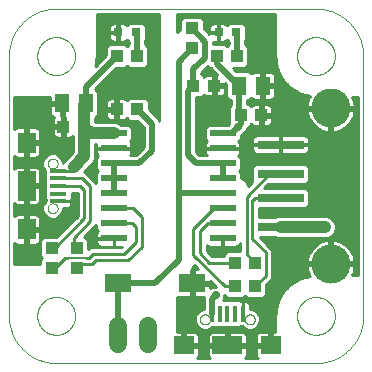
<source format=gtl>
G75*
%MOIN*%
%OFA0B0*%
%FSLAX25Y25*%
%IPPOS*%
%LPD*%
%AMOC8*
5,1,8,0,0,1.08239X$1,22.5*
%
%ADD10R,0.05118X0.06299*%
%ADD11R,0.04134X0.04252*%
%ADD12R,0.08661X0.02362*%
%ADD13R,0.03150X0.03150*%
%ADD14R,0.03937X0.04331*%
%ADD15R,0.04331X0.03937*%
%ADD16C,0.00000*%
%ADD17R,0.05512X0.01575*%
%ADD18R,0.05906X0.07087*%
%ADD19R,0.05906X0.09843*%
%ADD20R,0.01575X0.05512*%
%ADD21R,0.07087X0.05906*%
%ADD22R,0.09843X0.05906*%
%ADD23R,0.09055X0.06299*%
%ADD24C,0.05937*%
%ADD25C,0.13055*%
%ADD26R,0.15748X0.03150*%
%ADD27C,0.01000*%
%ADD28OC8,0.03562*%
%ADD29OC8,0.02400*%
%ADD30C,0.01969*%
%ADD31C,0.03937*%
%ADD32C,0.00984*%
%ADD33C,0.00787*%
D10*
X0071898Y0120770D03*
X0079772Y0120770D03*
X0130953Y0126676D03*
X0138827Y0126676D03*
D11*
X0138335Y0116833D03*
X0131445Y0116833D03*
X0122587Y0126676D03*
X0115697Y0126676D03*
X0096996Y0118802D03*
X0090106Y0118802D03*
X0079280Y0112896D03*
X0072390Y0112896D03*
D12*
X0089220Y0110711D03*
X0089220Y0105711D03*
X0089220Y0100711D03*
X0089220Y0095711D03*
X0089220Y0090711D03*
X0089220Y0085711D03*
X0089220Y0080711D03*
X0089220Y0075711D03*
X0125441Y0075711D03*
X0125441Y0080711D03*
X0125441Y0085711D03*
X0125441Y0090711D03*
X0125441Y0095711D03*
X0125441Y0100711D03*
X0125441Y0105711D03*
X0125441Y0110711D03*
D13*
X0124063Y0144392D03*
X0129969Y0144392D03*
X0096504Y0144392D03*
X0090598Y0144392D03*
D14*
X0090205Y0136518D03*
X0096898Y0136518D03*
X0123669Y0136518D03*
X0130362Y0136518D03*
X0129575Y0067621D03*
X0136268Y0067621D03*
X0136268Y0059747D03*
X0129575Y0059747D03*
D15*
X0076819Y0065751D03*
X0076819Y0072444D03*
X0068453Y0072444D03*
X0068453Y0065751D03*
X0115205Y0139077D03*
X0115205Y0145770D03*
D16*
X0054181Y0136518D02*
X0054181Y0049904D01*
X0063630Y0049904D02*
X0063632Y0050062D01*
X0063638Y0050220D01*
X0063648Y0050378D01*
X0063662Y0050536D01*
X0063680Y0050693D01*
X0063701Y0050850D01*
X0063727Y0051006D01*
X0063757Y0051162D01*
X0063790Y0051317D01*
X0063828Y0051470D01*
X0063869Y0051623D01*
X0063914Y0051775D01*
X0063963Y0051926D01*
X0064016Y0052075D01*
X0064072Y0052223D01*
X0064132Y0052369D01*
X0064196Y0052514D01*
X0064264Y0052657D01*
X0064335Y0052799D01*
X0064409Y0052939D01*
X0064487Y0053076D01*
X0064569Y0053212D01*
X0064653Y0053346D01*
X0064742Y0053477D01*
X0064833Y0053606D01*
X0064928Y0053733D01*
X0065025Y0053858D01*
X0065126Y0053980D01*
X0065230Y0054099D01*
X0065337Y0054216D01*
X0065447Y0054330D01*
X0065560Y0054441D01*
X0065675Y0054550D01*
X0065793Y0054655D01*
X0065914Y0054757D01*
X0066037Y0054857D01*
X0066163Y0054953D01*
X0066291Y0055046D01*
X0066421Y0055136D01*
X0066554Y0055222D01*
X0066689Y0055306D01*
X0066825Y0055385D01*
X0066964Y0055462D01*
X0067105Y0055534D01*
X0067247Y0055604D01*
X0067391Y0055669D01*
X0067537Y0055731D01*
X0067684Y0055789D01*
X0067833Y0055844D01*
X0067983Y0055895D01*
X0068134Y0055942D01*
X0068286Y0055985D01*
X0068439Y0056024D01*
X0068594Y0056060D01*
X0068749Y0056091D01*
X0068905Y0056119D01*
X0069061Y0056143D01*
X0069218Y0056163D01*
X0069376Y0056179D01*
X0069533Y0056191D01*
X0069692Y0056199D01*
X0069850Y0056203D01*
X0070008Y0056203D01*
X0070166Y0056199D01*
X0070325Y0056191D01*
X0070482Y0056179D01*
X0070640Y0056163D01*
X0070797Y0056143D01*
X0070953Y0056119D01*
X0071109Y0056091D01*
X0071264Y0056060D01*
X0071419Y0056024D01*
X0071572Y0055985D01*
X0071724Y0055942D01*
X0071875Y0055895D01*
X0072025Y0055844D01*
X0072174Y0055789D01*
X0072321Y0055731D01*
X0072467Y0055669D01*
X0072611Y0055604D01*
X0072753Y0055534D01*
X0072894Y0055462D01*
X0073033Y0055385D01*
X0073169Y0055306D01*
X0073304Y0055222D01*
X0073437Y0055136D01*
X0073567Y0055046D01*
X0073695Y0054953D01*
X0073821Y0054857D01*
X0073944Y0054757D01*
X0074065Y0054655D01*
X0074183Y0054550D01*
X0074298Y0054441D01*
X0074411Y0054330D01*
X0074521Y0054216D01*
X0074628Y0054099D01*
X0074732Y0053980D01*
X0074833Y0053858D01*
X0074930Y0053733D01*
X0075025Y0053606D01*
X0075116Y0053477D01*
X0075205Y0053346D01*
X0075289Y0053212D01*
X0075371Y0053076D01*
X0075449Y0052939D01*
X0075523Y0052799D01*
X0075594Y0052657D01*
X0075662Y0052514D01*
X0075726Y0052369D01*
X0075786Y0052223D01*
X0075842Y0052075D01*
X0075895Y0051926D01*
X0075944Y0051775D01*
X0075989Y0051623D01*
X0076030Y0051470D01*
X0076068Y0051317D01*
X0076101Y0051162D01*
X0076131Y0051006D01*
X0076157Y0050850D01*
X0076178Y0050693D01*
X0076196Y0050536D01*
X0076210Y0050378D01*
X0076220Y0050220D01*
X0076226Y0050062D01*
X0076228Y0049904D01*
X0076226Y0049746D01*
X0076220Y0049588D01*
X0076210Y0049430D01*
X0076196Y0049272D01*
X0076178Y0049115D01*
X0076157Y0048958D01*
X0076131Y0048802D01*
X0076101Y0048646D01*
X0076068Y0048491D01*
X0076030Y0048338D01*
X0075989Y0048185D01*
X0075944Y0048033D01*
X0075895Y0047882D01*
X0075842Y0047733D01*
X0075786Y0047585D01*
X0075726Y0047439D01*
X0075662Y0047294D01*
X0075594Y0047151D01*
X0075523Y0047009D01*
X0075449Y0046869D01*
X0075371Y0046732D01*
X0075289Y0046596D01*
X0075205Y0046462D01*
X0075116Y0046331D01*
X0075025Y0046202D01*
X0074930Y0046075D01*
X0074833Y0045950D01*
X0074732Y0045828D01*
X0074628Y0045709D01*
X0074521Y0045592D01*
X0074411Y0045478D01*
X0074298Y0045367D01*
X0074183Y0045258D01*
X0074065Y0045153D01*
X0073944Y0045051D01*
X0073821Y0044951D01*
X0073695Y0044855D01*
X0073567Y0044762D01*
X0073437Y0044672D01*
X0073304Y0044586D01*
X0073169Y0044502D01*
X0073033Y0044423D01*
X0072894Y0044346D01*
X0072753Y0044274D01*
X0072611Y0044204D01*
X0072467Y0044139D01*
X0072321Y0044077D01*
X0072174Y0044019D01*
X0072025Y0043964D01*
X0071875Y0043913D01*
X0071724Y0043866D01*
X0071572Y0043823D01*
X0071419Y0043784D01*
X0071264Y0043748D01*
X0071109Y0043717D01*
X0070953Y0043689D01*
X0070797Y0043665D01*
X0070640Y0043645D01*
X0070482Y0043629D01*
X0070325Y0043617D01*
X0070166Y0043609D01*
X0070008Y0043605D01*
X0069850Y0043605D01*
X0069692Y0043609D01*
X0069533Y0043617D01*
X0069376Y0043629D01*
X0069218Y0043645D01*
X0069061Y0043665D01*
X0068905Y0043689D01*
X0068749Y0043717D01*
X0068594Y0043748D01*
X0068439Y0043784D01*
X0068286Y0043823D01*
X0068134Y0043866D01*
X0067983Y0043913D01*
X0067833Y0043964D01*
X0067684Y0044019D01*
X0067537Y0044077D01*
X0067391Y0044139D01*
X0067247Y0044204D01*
X0067105Y0044274D01*
X0066964Y0044346D01*
X0066825Y0044423D01*
X0066689Y0044502D01*
X0066554Y0044586D01*
X0066421Y0044672D01*
X0066291Y0044762D01*
X0066163Y0044855D01*
X0066037Y0044951D01*
X0065914Y0045051D01*
X0065793Y0045153D01*
X0065675Y0045258D01*
X0065560Y0045367D01*
X0065447Y0045478D01*
X0065337Y0045592D01*
X0065230Y0045709D01*
X0065126Y0045828D01*
X0065025Y0045950D01*
X0064928Y0046075D01*
X0064833Y0046202D01*
X0064742Y0046331D01*
X0064653Y0046462D01*
X0064569Y0046596D01*
X0064487Y0046732D01*
X0064409Y0046869D01*
X0064335Y0047009D01*
X0064264Y0047151D01*
X0064196Y0047294D01*
X0064132Y0047439D01*
X0064072Y0047585D01*
X0064016Y0047733D01*
X0063963Y0047882D01*
X0063914Y0048033D01*
X0063869Y0048185D01*
X0063828Y0048338D01*
X0063790Y0048491D01*
X0063757Y0048646D01*
X0063727Y0048802D01*
X0063701Y0048958D01*
X0063680Y0049115D01*
X0063662Y0049272D01*
X0063648Y0049430D01*
X0063638Y0049588D01*
X0063632Y0049746D01*
X0063630Y0049904D01*
X0054181Y0049904D02*
X0054186Y0049523D01*
X0054199Y0049143D01*
X0054222Y0048763D01*
X0054255Y0048384D01*
X0054296Y0048006D01*
X0054346Y0047629D01*
X0054406Y0047253D01*
X0054474Y0046878D01*
X0054552Y0046506D01*
X0054639Y0046135D01*
X0054734Y0045767D01*
X0054839Y0045401D01*
X0054952Y0045038D01*
X0055074Y0044677D01*
X0055204Y0044320D01*
X0055344Y0043966D01*
X0055491Y0043615D01*
X0055648Y0043268D01*
X0055812Y0042925D01*
X0055985Y0042586D01*
X0056166Y0042251D01*
X0056355Y0041920D01*
X0056552Y0041595D01*
X0056756Y0041274D01*
X0056969Y0040958D01*
X0057189Y0040648D01*
X0057416Y0040342D01*
X0057651Y0040043D01*
X0057893Y0039749D01*
X0058141Y0039461D01*
X0058397Y0039179D01*
X0058660Y0038904D01*
X0058929Y0038635D01*
X0059204Y0038372D01*
X0059486Y0038116D01*
X0059774Y0037868D01*
X0060068Y0037626D01*
X0060367Y0037391D01*
X0060673Y0037164D01*
X0060983Y0036944D01*
X0061299Y0036731D01*
X0061620Y0036527D01*
X0061945Y0036330D01*
X0062276Y0036141D01*
X0062611Y0035960D01*
X0062950Y0035787D01*
X0063293Y0035623D01*
X0063640Y0035466D01*
X0063991Y0035319D01*
X0064345Y0035179D01*
X0064702Y0035049D01*
X0065063Y0034927D01*
X0065426Y0034814D01*
X0065792Y0034709D01*
X0066160Y0034614D01*
X0066531Y0034527D01*
X0066903Y0034449D01*
X0067278Y0034381D01*
X0067654Y0034321D01*
X0068031Y0034271D01*
X0068409Y0034230D01*
X0068788Y0034197D01*
X0069168Y0034174D01*
X0069548Y0034161D01*
X0069929Y0034156D01*
X0156543Y0034156D01*
X0150244Y0049904D02*
X0150246Y0050062D01*
X0150252Y0050220D01*
X0150262Y0050378D01*
X0150276Y0050536D01*
X0150294Y0050693D01*
X0150315Y0050850D01*
X0150341Y0051006D01*
X0150371Y0051162D01*
X0150404Y0051317D01*
X0150442Y0051470D01*
X0150483Y0051623D01*
X0150528Y0051775D01*
X0150577Y0051926D01*
X0150630Y0052075D01*
X0150686Y0052223D01*
X0150746Y0052369D01*
X0150810Y0052514D01*
X0150878Y0052657D01*
X0150949Y0052799D01*
X0151023Y0052939D01*
X0151101Y0053076D01*
X0151183Y0053212D01*
X0151267Y0053346D01*
X0151356Y0053477D01*
X0151447Y0053606D01*
X0151542Y0053733D01*
X0151639Y0053858D01*
X0151740Y0053980D01*
X0151844Y0054099D01*
X0151951Y0054216D01*
X0152061Y0054330D01*
X0152174Y0054441D01*
X0152289Y0054550D01*
X0152407Y0054655D01*
X0152528Y0054757D01*
X0152651Y0054857D01*
X0152777Y0054953D01*
X0152905Y0055046D01*
X0153035Y0055136D01*
X0153168Y0055222D01*
X0153303Y0055306D01*
X0153439Y0055385D01*
X0153578Y0055462D01*
X0153719Y0055534D01*
X0153861Y0055604D01*
X0154005Y0055669D01*
X0154151Y0055731D01*
X0154298Y0055789D01*
X0154447Y0055844D01*
X0154597Y0055895D01*
X0154748Y0055942D01*
X0154900Y0055985D01*
X0155053Y0056024D01*
X0155208Y0056060D01*
X0155363Y0056091D01*
X0155519Y0056119D01*
X0155675Y0056143D01*
X0155832Y0056163D01*
X0155990Y0056179D01*
X0156147Y0056191D01*
X0156306Y0056199D01*
X0156464Y0056203D01*
X0156622Y0056203D01*
X0156780Y0056199D01*
X0156939Y0056191D01*
X0157096Y0056179D01*
X0157254Y0056163D01*
X0157411Y0056143D01*
X0157567Y0056119D01*
X0157723Y0056091D01*
X0157878Y0056060D01*
X0158033Y0056024D01*
X0158186Y0055985D01*
X0158338Y0055942D01*
X0158489Y0055895D01*
X0158639Y0055844D01*
X0158788Y0055789D01*
X0158935Y0055731D01*
X0159081Y0055669D01*
X0159225Y0055604D01*
X0159367Y0055534D01*
X0159508Y0055462D01*
X0159647Y0055385D01*
X0159783Y0055306D01*
X0159918Y0055222D01*
X0160051Y0055136D01*
X0160181Y0055046D01*
X0160309Y0054953D01*
X0160435Y0054857D01*
X0160558Y0054757D01*
X0160679Y0054655D01*
X0160797Y0054550D01*
X0160912Y0054441D01*
X0161025Y0054330D01*
X0161135Y0054216D01*
X0161242Y0054099D01*
X0161346Y0053980D01*
X0161447Y0053858D01*
X0161544Y0053733D01*
X0161639Y0053606D01*
X0161730Y0053477D01*
X0161819Y0053346D01*
X0161903Y0053212D01*
X0161985Y0053076D01*
X0162063Y0052939D01*
X0162137Y0052799D01*
X0162208Y0052657D01*
X0162276Y0052514D01*
X0162340Y0052369D01*
X0162400Y0052223D01*
X0162456Y0052075D01*
X0162509Y0051926D01*
X0162558Y0051775D01*
X0162603Y0051623D01*
X0162644Y0051470D01*
X0162682Y0051317D01*
X0162715Y0051162D01*
X0162745Y0051006D01*
X0162771Y0050850D01*
X0162792Y0050693D01*
X0162810Y0050536D01*
X0162824Y0050378D01*
X0162834Y0050220D01*
X0162840Y0050062D01*
X0162842Y0049904D01*
X0162840Y0049746D01*
X0162834Y0049588D01*
X0162824Y0049430D01*
X0162810Y0049272D01*
X0162792Y0049115D01*
X0162771Y0048958D01*
X0162745Y0048802D01*
X0162715Y0048646D01*
X0162682Y0048491D01*
X0162644Y0048338D01*
X0162603Y0048185D01*
X0162558Y0048033D01*
X0162509Y0047882D01*
X0162456Y0047733D01*
X0162400Y0047585D01*
X0162340Y0047439D01*
X0162276Y0047294D01*
X0162208Y0047151D01*
X0162137Y0047009D01*
X0162063Y0046869D01*
X0161985Y0046732D01*
X0161903Y0046596D01*
X0161819Y0046462D01*
X0161730Y0046331D01*
X0161639Y0046202D01*
X0161544Y0046075D01*
X0161447Y0045950D01*
X0161346Y0045828D01*
X0161242Y0045709D01*
X0161135Y0045592D01*
X0161025Y0045478D01*
X0160912Y0045367D01*
X0160797Y0045258D01*
X0160679Y0045153D01*
X0160558Y0045051D01*
X0160435Y0044951D01*
X0160309Y0044855D01*
X0160181Y0044762D01*
X0160051Y0044672D01*
X0159918Y0044586D01*
X0159783Y0044502D01*
X0159647Y0044423D01*
X0159508Y0044346D01*
X0159367Y0044274D01*
X0159225Y0044204D01*
X0159081Y0044139D01*
X0158935Y0044077D01*
X0158788Y0044019D01*
X0158639Y0043964D01*
X0158489Y0043913D01*
X0158338Y0043866D01*
X0158186Y0043823D01*
X0158033Y0043784D01*
X0157878Y0043748D01*
X0157723Y0043717D01*
X0157567Y0043689D01*
X0157411Y0043665D01*
X0157254Y0043645D01*
X0157096Y0043629D01*
X0156939Y0043617D01*
X0156780Y0043609D01*
X0156622Y0043605D01*
X0156464Y0043605D01*
X0156306Y0043609D01*
X0156147Y0043617D01*
X0155990Y0043629D01*
X0155832Y0043645D01*
X0155675Y0043665D01*
X0155519Y0043689D01*
X0155363Y0043717D01*
X0155208Y0043748D01*
X0155053Y0043784D01*
X0154900Y0043823D01*
X0154748Y0043866D01*
X0154597Y0043913D01*
X0154447Y0043964D01*
X0154298Y0044019D01*
X0154151Y0044077D01*
X0154005Y0044139D01*
X0153861Y0044204D01*
X0153719Y0044274D01*
X0153578Y0044346D01*
X0153439Y0044423D01*
X0153303Y0044502D01*
X0153168Y0044586D01*
X0153035Y0044672D01*
X0152905Y0044762D01*
X0152777Y0044855D01*
X0152651Y0044951D01*
X0152528Y0045051D01*
X0152407Y0045153D01*
X0152289Y0045258D01*
X0152174Y0045367D01*
X0152061Y0045478D01*
X0151951Y0045592D01*
X0151844Y0045709D01*
X0151740Y0045828D01*
X0151639Y0045950D01*
X0151542Y0046075D01*
X0151447Y0046202D01*
X0151356Y0046331D01*
X0151267Y0046462D01*
X0151183Y0046596D01*
X0151101Y0046732D01*
X0151023Y0046869D01*
X0150949Y0047009D01*
X0150878Y0047151D01*
X0150810Y0047294D01*
X0150746Y0047439D01*
X0150686Y0047585D01*
X0150630Y0047733D01*
X0150577Y0047882D01*
X0150528Y0048033D01*
X0150483Y0048185D01*
X0150442Y0048338D01*
X0150404Y0048491D01*
X0150371Y0048646D01*
X0150341Y0048802D01*
X0150315Y0048958D01*
X0150294Y0049115D01*
X0150276Y0049272D01*
X0150262Y0049430D01*
X0150252Y0049588D01*
X0150246Y0049746D01*
X0150244Y0049904D01*
X0156543Y0034156D02*
X0156924Y0034161D01*
X0157304Y0034174D01*
X0157684Y0034197D01*
X0158063Y0034230D01*
X0158441Y0034271D01*
X0158818Y0034321D01*
X0159194Y0034381D01*
X0159569Y0034449D01*
X0159941Y0034527D01*
X0160312Y0034614D01*
X0160680Y0034709D01*
X0161046Y0034814D01*
X0161409Y0034927D01*
X0161770Y0035049D01*
X0162127Y0035179D01*
X0162481Y0035319D01*
X0162832Y0035466D01*
X0163179Y0035623D01*
X0163522Y0035787D01*
X0163861Y0035960D01*
X0164196Y0036141D01*
X0164527Y0036330D01*
X0164852Y0036527D01*
X0165173Y0036731D01*
X0165489Y0036944D01*
X0165799Y0037164D01*
X0166105Y0037391D01*
X0166404Y0037626D01*
X0166698Y0037868D01*
X0166986Y0038116D01*
X0167268Y0038372D01*
X0167543Y0038635D01*
X0167812Y0038904D01*
X0168075Y0039179D01*
X0168331Y0039461D01*
X0168579Y0039749D01*
X0168821Y0040043D01*
X0169056Y0040342D01*
X0169283Y0040648D01*
X0169503Y0040958D01*
X0169716Y0041274D01*
X0169920Y0041595D01*
X0170117Y0041920D01*
X0170306Y0042251D01*
X0170487Y0042586D01*
X0170660Y0042925D01*
X0170824Y0043268D01*
X0170981Y0043615D01*
X0171128Y0043966D01*
X0171268Y0044320D01*
X0171398Y0044677D01*
X0171520Y0045038D01*
X0171633Y0045401D01*
X0171738Y0045767D01*
X0171833Y0046135D01*
X0171920Y0046506D01*
X0171998Y0046878D01*
X0172066Y0047253D01*
X0172126Y0047629D01*
X0172176Y0048006D01*
X0172217Y0048384D01*
X0172250Y0048763D01*
X0172273Y0049143D01*
X0172286Y0049523D01*
X0172291Y0049904D01*
X0172291Y0136518D01*
X0150244Y0136518D02*
X0150246Y0136676D01*
X0150252Y0136834D01*
X0150262Y0136992D01*
X0150276Y0137150D01*
X0150294Y0137307D01*
X0150315Y0137464D01*
X0150341Y0137620D01*
X0150371Y0137776D01*
X0150404Y0137931D01*
X0150442Y0138084D01*
X0150483Y0138237D01*
X0150528Y0138389D01*
X0150577Y0138540D01*
X0150630Y0138689D01*
X0150686Y0138837D01*
X0150746Y0138983D01*
X0150810Y0139128D01*
X0150878Y0139271D01*
X0150949Y0139413D01*
X0151023Y0139553D01*
X0151101Y0139690D01*
X0151183Y0139826D01*
X0151267Y0139960D01*
X0151356Y0140091D01*
X0151447Y0140220D01*
X0151542Y0140347D01*
X0151639Y0140472D01*
X0151740Y0140594D01*
X0151844Y0140713D01*
X0151951Y0140830D01*
X0152061Y0140944D01*
X0152174Y0141055D01*
X0152289Y0141164D01*
X0152407Y0141269D01*
X0152528Y0141371D01*
X0152651Y0141471D01*
X0152777Y0141567D01*
X0152905Y0141660D01*
X0153035Y0141750D01*
X0153168Y0141836D01*
X0153303Y0141920D01*
X0153439Y0141999D01*
X0153578Y0142076D01*
X0153719Y0142148D01*
X0153861Y0142218D01*
X0154005Y0142283D01*
X0154151Y0142345D01*
X0154298Y0142403D01*
X0154447Y0142458D01*
X0154597Y0142509D01*
X0154748Y0142556D01*
X0154900Y0142599D01*
X0155053Y0142638D01*
X0155208Y0142674D01*
X0155363Y0142705D01*
X0155519Y0142733D01*
X0155675Y0142757D01*
X0155832Y0142777D01*
X0155990Y0142793D01*
X0156147Y0142805D01*
X0156306Y0142813D01*
X0156464Y0142817D01*
X0156622Y0142817D01*
X0156780Y0142813D01*
X0156939Y0142805D01*
X0157096Y0142793D01*
X0157254Y0142777D01*
X0157411Y0142757D01*
X0157567Y0142733D01*
X0157723Y0142705D01*
X0157878Y0142674D01*
X0158033Y0142638D01*
X0158186Y0142599D01*
X0158338Y0142556D01*
X0158489Y0142509D01*
X0158639Y0142458D01*
X0158788Y0142403D01*
X0158935Y0142345D01*
X0159081Y0142283D01*
X0159225Y0142218D01*
X0159367Y0142148D01*
X0159508Y0142076D01*
X0159647Y0141999D01*
X0159783Y0141920D01*
X0159918Y0141836D01*
X0160051Y0141750D01*
X0160181Y0141660D01*
X0160309Y0141567D01*
X0160435Y0141471D01*
X0160558Y0141371D01*
X0160679Y0141269D01*
X0160797Y0141164D01*
X0160912Y0141055D01*
X0161025Y0140944D01*
X0161135Y0140830D01*
X0161242Y0140713D01*
X0161346Y0140594D01*
X0161447Y0140472D01*
X0161544Y0140347D01*
X0161639Y0140220D01*
X0161730Y0140091D01*
X0161819Y0139960D01*
X0161903Y0139826D01*
X0161985Y0139690D01*
X0162063Y0139553D01*
X0162137Y0139413D01*
X0162208Y0139271D01*
X0162276Y0139128D01*
X0162340Y0138983D01*
X0162400Y0138837D01*
X0162456Y0138689D01*
X0162509Y0138540D01*
X0162558Y0138389D01*
X0162603Y0138237D01*
X0162644Y0138084D01*
X0162682Y0137931D01*
X0162715Y0137776D01*
X0162745Y0137620D01*
X0162771Y0137464D01*
X0162792Y0137307D01*
X0162810Y0137150D01*
X0162824Y0136992D01*
X0162834Y0136834D01*
X0162840Y0136676D01*
X0162842Y0136518D01*
X0162840Y0136360D01*
X0162834Y0136202D01*
X0162824Y0136044D01*
X0162810Y0135886D01*
X0162792Y0135729D01*
X0162771Y0135572D01*
X0162745Y0135416D01*
X0162715Y0135260D01*
X0162682Y0135105D01*
X0162644Y0134952D01*
X0162603Y0134799D01*
X0162558Y0134647D01*
X0162509Y0134496D01*
X0162456Y0134347D01*
X0162400Y0134199D01*
X0162340Y0134053D01*
X0162276Y0133908D01*
X0162208Y0133765D01*
X0162137Y0133623D01*
X0162063Y0133483D01*
X0161985Y0133346D01*
X0161903Y0133210D01*
X0161819Y0133076D01*
X0161730Y0132945D01*
X0161639Y0132816D01*
X0161544Y0132689D01*
X0161447Y0132564D01*
X0161346Y0132442D01*
X0161242Y0132323D01*
X0161135Y0132206D01*
X0161025Y0132092D01*
X0160912Y0131981D01*
X0160797Y0131872D01*
X0160679Y0131767D01*
X0160558Y0131665D01*
X0160435Y0131565D01*
X0160309Y0131469D01*
X0160181Y0131376D01*
X0160051Y0131286D01*
X0159918Y0131200D01*
X0159783Y0131116D01*
X0159647Y0131037D01*
X0159508Y0130960D01*
X0159367Y0130888D01*
X0159225Y0130818D01*
X0159081Y0130753D01*
X0158935Y0130691D01*
X0158788Y0130633D01*
X0158639Y0130578D01*
X0158489Y0130527D01*
X0158338Y0130480D01*
X0158186Y0130437D01*
X0158033Y0130398D01*
X0157878Y0130362D01*
X0157723Y0130331D01*
X0157567Y0130303D01*
X0157411Y0130279D01*
X0157254Y0130259D01*
X0157096Y0130243D01*
X0156939Y0130231D01*
X0156780Y0130223D01*
X0156622Y0130219D01*
X0156464Y0130219D01*
X0156306Y0130223D01*
X0156147Y0130231D01*
X0155990Y0130243D01*
X0155832Y0130259D01*
X0155675Y0130279D01*
X0155519Y0130303D01*
X0155363Y0130331D01*
X0155208Y0130362D01*
X0155053Y0130398D01*
X0154900Y0130437D01*
X0154748Y0130480D01*
X0154597Y0130527D01*
X0154447Y0130578D01*
X0154298Y0130633D01*
X0154151Y0130691D01*
X0154005Y0130753D01*
X0153861Y0130818D01*
X0153719Y0130888D01*
X0153578Y0130960D01*
X0153439Y0131037D01*
X0153303Y0131116D01*
X0153168Y0131200D01*
X0153035Y0131286D01*
X0152905Y0131376D01*
X0152777Y0131469D01*
X0152651Y0131565D01*
X0152528Y0131665D01*
X0152407Y0131767D01*
X0152289Y0131872D01*
X0152174Y0131981D01*
X0152061Y0132092D01*
X0151951Y0132206D01*
X0151844Y0132323D01*
X0151740Y0132442D01*
X0151639Y0132564D01*
X0151542Y0132689D01*
X0151447Y0132816D01*
X0151356Y0132945D01*
X0151267Y0133076D01*
X0151183Y0133210D01*
X0151101Y0133346D01*
X0151023Y0133483D01*
X0150949Y0133623D01*
X0150878Y0133765D01*
X0150810Y0133908D01*
X0150746Y0134053D01*
X0150686Y0134199D01*
X0150630Y0134347D01*
X0150577Y0134496D01*
X0150528Y0134647D01*
X0150483Y0134799D01*
X0150442Y0134952D01*
X0150404Y0135105D01*
X0150371Y0135260D01*
X0150341Y0135416D01*
X0150315Y0135572D01*
X0150294Y0135729D01*
X0150276Y0135886D01*
X0150262Y0136044D01*
X0150252Y0136202D01*
X0150246Y0136360D01*
X0150244Y0136518D01*
X0156543Y0152266D02*
X0156924Y0152261D01*
X0157304Y0152248D01*
X0157684Y0152225D01*
X0158063Y0152192D01*
X0158441Y0152151D01*
X0158818Y0152101D01*
X0159194Y0152041D01*
X0159569Y0151973D01*
X0159941Y0151895D01*
X0160312Y0151808D01*
X0160680Y0151713D01*
X0161046Y0151608D01*
X0161409Y0151495D01*
X0161770Y0151373D01*
X0162127Y0151243D01*
X0162481Y0151103D01*
X0162832Y0150956D01*
X0163179Y0150799D01*
X0163522Y0150635D01*
X0163861Y0150462D01*
X0164196Y0150281D01*
X0164527Y0150092D01*
X0164852Y0149895D01*
X0165173Y0149691D01*
X0165489Y0149478D01*
X0165799Y0149258D01*
X0166105Y0149031D01*
X0166404Y0148796D01*
X0166698Y0148554D01*
X0166986Y0148306D01*
X0167268Y0148050D01*
X0167543Y0147787D01*
X0167812Y0147518D01*
X0168075Y0147243D01*
X0168331Y0146961D01*
X0168579Y0146673D01*
X0168821Y0146379D01*
X0169056Y0146080D01*
X0169283Y0145774D01*
X0169503Y0145464D01*
X0169716Y0145148D01*
X0169920Y0144827D01*
X0170117Y0144502D01*
X0170306Y0144171D01*
X0170487Y0143836D01*
X0170660Y0143497D01*
X0170824Y0143154D01*
X0170981Y0142807D01*
X0171128Y0142456D01*
X0171268Y0142102D01*
X0171398Y0141745D01*
X0171520Y0141384D01*
X0171633Y0141021D01*
X0171738Y0140655D01*
X0171833Y0140287D01*
X0171920Y0139916D01*
X0171998Y0139544D01*
X0172066Y0139169D01*
X0172126Y0138793D01*
X0172176Y0138416D01*
X0172217Y0138038D01*
X0172250Y0137659D01*
X0172273Y0137279D01*
X0172286Y0136899D01*
X0172291Y0136518D01*
X0156543Y0152266D02*
X0069929Y0152266D01*
X0063630Y0136518D02*
X0063632Y0136676D01*
X0063638Y0136834D01*
X0063648Y0136992D01*
X0063662Y0137150D01*
X0063680Y0137307D01*
X0063701Y0137464D01*
X0063727Y0137620D01*
X0063757Y0137776D01*
X0063790Y0137931D01*
X0063828Y0138084D01*
X0063869Y0138237D01*
X0063914Y0138389D01*
X0063963Y0138540D01*
X0064016Y0138689D01*
X0064072Y0138837D01*
X0064132Y0138983D01*
X0064196Y0139128D01*
X0064264Y0139271D01*
X0064335Y0139413D01*
X0064409Y0139553D01*
X0064487Y0139690D01*
X0064569Y0139826D01*
X0064653Y0139960D01*
X0064742Y0140091D01*
X0064833Y0140220D01*
X0064928Y0140347D01*
X0065025Y0140472D01*
X0065126Y0140594D01*
X0065230Y0140713D01*
X0065337Y0140830D01*
X0065447Y0140944D01*
X0065560Y0141055D01*
X0065675Y0141164D01*
X0065793Y0141269D01*
X0065914Y0141371D01*
X0066037Y0141471D01*
X0066163Y0141567D01*
X0066291Y0141660D01*
X0066421Y0141750D01*
X0066554Y0141836D01*
X0066689Y0141920D01*
X0066825Y0141999D01*
X0066964Y0142076D01*
X0067105Y0142148D01*
X0067247Y0142218D01*
X0067391Y0142283D01*
X0067537Y0142345D01*
X0067684Y0142403D01*
X0067833Y0142458D01*
X0067983Y0142509D01*
X0068134Y0142556D01*
X0068286Y0142599D01*
X0068439Y0142638D01*
X0068594Y0142674D01*
X0068749Y0142705D01*
X0068905Y0142733D01*
X0069061Y0142757D01*
X0069218Y0142777D01*
X0069376Y0142793D01*
X0069533Y0142805D01*
X0069692Y0142813D01*
X0069850Y0142817D01*
X0070008Y0142817D01*
X0070166Y0142813D01*
X0070325Y0142805D01*
X0070482Y0142793D01*
X0070640Y0142777D01*
X0070797Y0142757D01*
X0070953Y0142733D01*
X0071109Y0142705D01*
X0071264Y0142674D01*
X0071419Y0142638D01*
X0071572Y0142599D01*
X0071724Y0142556D01*
X0071875Y0142509D01*
X0072025Y0142458D01*
X0072174Y0142403D01*
X0072321Y0142345D01*
X0072467Y0142283D01*
X0072611Y0142218D01*
X0072753Y0142148D01*
X0072894Y0142076D01*
X0073033Y0141999D01*
X0073169Y0141920D01*
X0073304Y0141836D01*
X0073437Y0141750D01*
X0073567Y0141660D01*
X0073695Y0141567D01*
X0073821Y0141471D01*
X0073944Y0141371D01*
X0074065Y0141269D01*
X0074183Y0141164D01*
X0074298Y0141055D01*
X0074411Y0140944D01*
X0074521Y0140830D01*
X0074628Y0140713D01*
X0074732Y0140594D01*
X0074833Y0140472D01*
X0074930Y0140347D01*
X0075025Y0140220D01*
X0075116Y0140091D01*
X0075205Y0139960D01*
X0075289Y0139826D01*
X0075371Y0139690D01*
X0075449Y0139553D01*
X0075523Y0139413D01*
X0075594Y0139271D01*
X0075662Y0139128D01*
X0075726Y0138983D01*
X0075786Y0138837D01*
X0075842Y0138689D01*
X0075895Y0138540D01*
X0075944Y0138389D01*
X0075989Y0138237D01*
X0076030Y0138084D01*
X0076068Y0137931D01*
X0076101Y0137776D01*
X0076131Y0137620D01*
X0076157Y0137464D01*
X0076178Y0137307D01*
X0076196Y0137150D01*
X0076210Y0136992D01*
X0076220Y0136834D01*
X0076226Y0136676D01*
X0076228Y0136518D01*
X0076226Y0136360D01*
X0076220Y0136202D01*
X0076210Y0136044D01*
X0076196Y0135886D01*
X0076178Y0135729D01*
X0076157Y0135572D01*
X0076131Y0135416D01*
X0076101Y0135260D01*
X0076068Y0135105D01*
X0076030Y0134952D01*
X0075989Y0134799D01*
X0075944Y0134647D01*
X0075895Y0134496D01*
X0075842Y0134347D01*
X0075786Y0134199D01*
X0075726Y0134053D01*
X0075662Y0133908D01*
X0075594Y0133765D01*
X0075523Y0133623D01*
X0075449Y0133483D01*
X0075371Y0133346D01*
X0075289Y0133210D01*
X0075205Y0133076D01*
X0075116Y0132945D01*
X0075025Y0132816D01*
X0074930Y0132689D01*
X0074833Y0132564D01*
X0074732Y0132442D01*
X0074628Y0132323D01*
X0074521Y0132206D01*
X0074411Y0132092D01*
X0074298Y0131981D01*
X0074183Y0131872D01*
X0074065Y0131767D01*
X0073944Y0131665D01*
X0073821Y0131565D01*
X0073695Y0131469D01*
X0073567Y0131376D01*
X0073437Y0131286D01*
X0073304Y0131200D01*
X0073169Y0131116D01*
X0073033Y0131037D01*
X0072894Y0130960D01*
X0072753Y0130888D01*
X0072611Y0130818D01*
X0072467Y0130753D01*
X0072321Y0130691D01*
X0072174Y0130633D01*
X0072025Y0130578D01*
X0071875Y0130527D01*
X0071724Y0130480D01*
X0071572Y0130437D01*
X0071419Y0130398D01*
X0071264Y0130362D01*
X0071109Y0130331D01*
X0070953Y0130303D01*
X0070797Y0130279D01*
X0070640Y0130259D01*
X0070482Y0130243D01*
X0070325Y0130231D01*
X0070166Y0130223D01*
X0070008Y0130219D01*
X0069850Y0130219D01*
X0069692Y0130223D01*
X0069533Y0130231D01*
X0069376Y0130243D01*
X0069218Y0130259D01*
X0069061Y0130279D01*
X0068905Y0130303D01*
X0068749Y0130331D01*
X0068594Y0130362D01*
X0068439Y0130398D01*
X0068286Y0130437D01*
X0068134Y0130480D01*
X0067983Y0130527D01*
X0067833Y0130578D01*
X0067684Y0130633D01*
X0067537Y0130691D01*
X0067391Y0130753D01*
X0067247Y0130818D01*
X0067105Y0130888D01*
X0066964Y0130960D01*
X0066825Y0131037D01*
X0066689Y0131116D01*
X0066554Y0131200D01*
X0066421Y0131286D01*
X0066291Y0131376D01*
X0066163Y0131469D01*
X0066037Y0131565D01*
X0065914Y0131665D01*
X0065793Y0131767D01*
X0065675Y0131872D01*
X0065560Y0131981D01*
X0065447Y0132092D01*
X0065337Y0132206D01*
X0065230Y0132323D01*
X0065126Y0132442D01*
X0065025Y0132564D01*
X0064928Y0132689D01*
X0064833Y0132816D01*
X0064742Y0132945D01*
X0064653Y0133076D01*
X0064569Y0133210D01*
X0064487Y0133346D01*
X0064409Y0133483D01*
X0064335Y0133623D01*
X0064264Y0133765D01*
X0064196Y0133908D01*
X0064132Y0134053D01*
X0064072Y0134199D01*
X0064016Y0134347D01*
X0063963Y0134496D01*
X0063914Y0134647D01*
X0063869Y0134799D01*
X0063828Y0134952D01*
X0063790Y0135105D01*
X0063757Y0135260D01*
X0063727Y0135416D01*
X0063701Y0135572D01*
X0063680Y0135729D01*
X0063662Y0135886D01*
X0063648Y0136044D01*
X0063638Y0136202D01*
X0063632Y0136360D01*
X0063630Y0136518D01*
X0054181Y0136518D02*
X0054186Y0136899D01*
X0054199Y0137279D01*
X0054222Y0137659D01*
X0054255Y0138038D01*
X0054296Y0138416D01*
X0054346Y0138793D01*
X0054406Y0139169D01*
X0054474Y0139544D01*
X0054552Y0139916D01*
X0054639Y0140287D01*
X0054734Y0140655D01*
X0054839Y0141021D01*
X0054952Y0141384D01*
X0055074Y0141745D01*
X0055204Y0142102D01*
X0055344Y0142456D01*
X0055491Y0142807D01*
X0055648Y0143154D01*
X0055812Y0143497D01*
X0055985Y0143836D01*
X0056166Y0144171D01*
X0056355Y0144502D01*
X0056552Y0144827D01*
X0056756Y0145148D01*
X0056969Y0145464D01*
X0057189Y0145774D01*
X0057416Y0146080D01*
X0057651Y0146379D01*
X0057893Y0146673D01*
X0058141Y0146961D01*
X0058397Y0147243D01*
X0058660Y0147518D01*
X0058929Y0147787D01*
X0059204Y0148050D01*
X0059486Y0148306D01*
X0059774Y0148554D01*
X0060068Y0148796D01*
X0060367Y0149031D01*
X0060673Y0149258D01*
X0060983Y0149478D01*
X0061299Y0149691D01*
X0061620Y0149895D01*
X0061945Y0150092D01*
X0062276Y0150281D01*
X0062611Y0150462D01*
X0062950Y0150635D01*
X0063293Y0150799D01*
X0063640Y0150956D01*
X0063991Y0151103D01*
X0064345Y0151243D01*
X0064702Y0151373D01*
X0065063Y0151495D01*
X0065426Y0151608D01*
X0065792Y0151713D01*
X0066160Y0151808D01*
X0066531Y0151895D01*
X0066903Y0151973D01*
X0067278Y0152041D01*
X0067654Y0152101D01*
X0068031Y0152151D01*
X0068409Y0152192D01*
X0068788Y0152225D01*
X0069168Y0152248D01*
X0069548Y0152261D01*
X0069929Y0152266D01*
X0067075Y0100692D02*
X0067077Y0100773D01*
X0067083Y0100855D01*
X0067093Y0100936D01*
X0067107Y0101016D01*
X0067124Y0101095D01*
X0067146Y0101174D01*
X0067171Y0101251D01*
X0067200Y0101328D01*
X0067233Y0101402D01*
X0067270Y0101475D01*
X0067309Y0101546D01*
X0067353Y0101615D01*
X0067399Y0101682D01*
X0067449Y0101746D01*
X0067502Y0101808D01*
X0067558Y0101868D01*
X0067616Y0101924D01*
X0067678Y0101978D01*
X0067742Y0102029D01*
X0067808Y0102076D01*
X0067876Y0102120D01*
X0067947Y0102161D01*
X0068019Y0102198D01*
X0068094Y0102232D01*
X0068169Y0102262D01*
X0068247Y0102288D01*
X0068325Y0102311D01*
X0068404Y0102329D01*
X0068484Y0102344D01*
X0068565Y0102355D01*
X0068646Y0102362D01*
X0068728Y0102365D01*
X0068809Y0102364D01*
X0068890Y0102359D01*
X0068971Y0102350D01*
X0069052Y0102337D01*
X0069132Y0102320D01*
X0069210Y0102300D01*
X0069288Y0102275D01*
X0069365Y0102247D01*
X0069440Y0102215D01*
X0069513Y0102180D01*
X0069584Y0102141D01*
X0069654Y0102098D01*
X0069721Y0102053D01*
X0069787Y0102004D01*
X0069849Y0101952D01*
X0069909Y0101896D01*
X0069966Y0101838D01*
X0070021Y0101778D01*
X0070072Y0101714D01*
X0070120Y0101649D01*
X0070165Y0101581D01*
X0070207Y0101511D01*
X0070245Y0101439D01*
X0070280Y0101365D01*
X0070311Y0101290D01*
X0070338Y0101213D01*
X0070361Y0101135D01*
X0070381Y0101056D01*
X0070397Y0100976D01*
X0070409Y0100895D01*
X0070417Y0100814D01*
X0070421Y0100733D01*
X0070421Y0100651D01*
X0070417Y0100570D01*
X0070409Y0100489D01*
X0070397Y0100408D01*
X0070381Y0100328D01*
X0070361Y0100249D01*
X0070338Y0100171D01*
X0070311Y0100094D01*
X0070280Y0100019D01*
X0070245Y0099945D01*
X0070207Y0099873D01*
X0070165Y0099803D01*
X0070120Y0099735D01*
X0070072Y0099670D01*
X0070021Y0099606D01*
X0069966Y0099546D01*
X0069909Y0099488D01*
X0069849Y0099432D01*
X0069787Y0099380D01*
X0069721Y0099331D01*
X0069654Y0099286D01*
X0069585Y0099243D01*
X0069513Y0099204D01*
X0069440Y0099169D01*
X0069365Y0099137D01*
X0069288Y0099109D01*
X0069210Y0099084D01*
X0069132Y0099064D01*
X0069052Y0099047D01*
X0068971Y0099034D01*
X0068890Y0099025D01*
X0068809Y0099020D01*
X0068728Y0099019D01*
X0068646Y0099022D01*
X0068565Y0099029D01*
X0068484Y0099040D01*
X0068404Y0099055D01*
X0068325Y0099073D01*
X0068247Y0099096D01*
X0068169Y0099122D01*
X0068094Y0099152D01*
X0068019Y0099186D01*
X0067947Y0099223D01*
X0067876Y0099264D01*
X0067808Y0099308D01*
X0067742Y0099355D01*
X0067678Y0099406D01*
X0067616Y0099460D01*
X0067558Y0099516D01*
X0067502Y0099576D01*
X0067449Y0099638D01*
X0067399Y0099702D01*
X0067353Y0099769D01*
X0067309Y0099838D01*
X0067270Y0099909D01*
X0067233Y0099982D01*
X0067200Y0100056D01*
X0067171Y0100133D01*
X0067146Y0100210D01*
X0067124Y0100289D01*
X0067107Y0100368D01*
X0067093Y0100448D01*
X0067083Y0100529D01*
X0067077Y0100611D01*
X0067075Y0100692D01*
X0067075Y0085731D02*
X0067077Y0085812D01*
X0067083Y0085894D01*
X0067093Y0085975D01*
X0067107Y0086055D01*
X0067124Y0086134D01*
X0067146Y0086213D01*
X0067171Y0086290D01*
X0067200Y0086367D01*
X0067233Y0086441D01*
X0067270Y0086514D01*
X0067309Y0086585D01*
X0067353Y0086654D01*
X0067399Y0086721D01*
X0067449Y0086785D01*
X0067502Y0086847D01*
X0067558Y0086907D01*
X0067616Y0086963D01*
X0067678Y0087017D01*
X0067742Y0087068D01*
X0067808Y0087115D01*
X0067876Y0087159D01*
X0067947Y0087200D01*
X0068019Y0087237D01*
X0068094Y0087271D01*
X0068169Y0087301D01*
X0068247Y0087327D01*
X0068325Y0087350D01*
X0068404Y0087368D01*
X0068484Y0087383D01*
X0068565Y0087394D01*
X0068646Y0087401D01*
X0068728Y0087404D01*
X0068809Y0087403D01*
X0068890Y0087398D01*
X0068971Y0087389D01*
X0069052Y0087376D01*
X0069132Y0087359D01*
X0069210Y0087339D01*
X0069288Y0087314D01*
X0069365Y0087286D01*
X0069440Y0087254D01*
X0069513Y0087219D01*
X0069584Y0087180D01*
X0069654Y0087137D01*
X0069721Y0087092D01*
X0069787Y0087043D01*
X0069849Y0086991D01*
X0069909Y0086935D01*
X0069966Y0086877D01*
X0070021Y0086817D01*
X0070072Y0086753D01*
X0070120Y0086688D01*
X0070165Y0086620D01*
X0070207Y0086550D01*
X0070245Y0086478D01*
X0070280Y0086404D01*
X0070311Y0086329D01*
X0070338Y0086252D01*
X0070361Y0086174D01*
X0070381Y0086095D01*
X0070397Y0086015D01*
X0070409Y0085934D01*
X0070417Y0085853D01*
X0070421Y0085772D01*
X0070421Y0085690D01*
X0070417Y0085609D01*
X0070409Y0085528D01*
X0070397Y0085447D01*
X0070381Y0085367D01*
X0070361Y0085288D01*
X0070338Y0085210D01*
X0070311Y0085133D01*
X0070280Y0085058D01*
X0070245Y0084984D01*
X0070207Y0084912D01*
X0070165Y0084842D01*
X0070120Y0084774D01*
X0070072Y0084709D01*
X0070021Y0084645D01*
X0069966Y0084585D01*
X0069909Y0084527D01*
X0069849Y0084471D01*
X0069787Y0084419D01*
X0069721Y0084370D01*
X0069654Y0084325D01*
X0069585Y0084282D01*
X0069513Y0084243D01*
X0069440Y0084208D01*
X0069365Y0084176D01*
X0069288Y0084148D01*
X0069210Y0084123D01*
X0069132Y0084103D01*
X0069052Y0084086D01*
X0068971Y0084073D01*
X0068890Y0084064D01*
X0068809Y0084059D01*
X0068728Y0084058D01*
X0068646Y0084061D01*
X0068565Y0084068D01*
X0068484Y0084079D01*
X0068404Y0084094D01*
X0068325Y0084112D01*
X0068247Y0084135D01*
X0068169Y0084161D01*
X0068094Y0084191D01*
X0068019Y0084225D01*
X0067947Y0084262D01*
X0067876Y0084303D01*
X0067808Y0084347D01*
X0067742Y0084394D01*
X0067678Y0084445D01*
X0067616Y0084499D01*
X0067558Y0084555D01*
X0067502Y0084615D01*
X0067449Y0084677D01*
X0067399Y0084741D01*
X0067353Y0084808D01*
X0067309Y0084877D01*
X0067270Y0084948D01*
X0067233Y0085021D01*
X0067200Y0085095D01*
X0067171Y0085172D01*
X0067146Y0085249D01*
X0067124Y0085328D01*
X0067107Y0085407D01*
X0067093Y0085487D01*
X0067083Y0085568D01*
X0067077Y0085650D01*
X0067075Y0085731D01*
X0117862Y0048723D02*
X0117864Y0048804D01*
X0117870Y0048886D01*
X0117880Y0048967D01*
X0117894Y0049047D01*
X0117911Y0049126D01*
X0117933Y0049205D01*
X0117958Y0049282D01*
X0117987Y0049359D01*
X0118020Y0049433D01*
X0118057Y0049506D01*
X0118096Y0049577D01*
X0118140Y0049646D01*
X0118186Y0049713D01*
X0118236Y0049777D01*
X0118289Y0049839D01*
X0118345Y0049899D01*
X0118403Y0049955D01*
X0118465Y0050009D01*
X0118529Y0050060D01*
X0118595Y0050107D01*
X0118663Y0050151D01*
X0118734Y0050192D01*
X0118806Y0050229D01*
X0118881Y0050263D01*
X0118956Y0050293D01*
X0119034Y0050319D01*
X0119112Y0050342D01*
X0119191Y0050360D01*
X0119271Y0050375D01*
X0119352Y0050386D01*
X0119433Y0050393D01*
X0119515Y0050396D01*
X0119596Y0050395D01*
X0119677Y0050390D01*
X0119758Y0050381D01*
X0119839Y0050368D01*
X0119919Y0050351D01*
X0119997Y0050331D01*
X0120075Y0050306D01*
X0120152Y0050278D01*
X0120227Y0050246D01*
X0120300Y0050211D01*
X0120371Y0050172D01*
X0120441Y0050129D01*
X0120508Y0050084D01*
X0120574Y0050035D01*
X0120636Y0049983D01*
X0120696Y0049927D01*
X0120753Y0049869D01*
X0120808Y0049809D01*
X0120859Y0049745D01*
X0120907Y0049680D01*
X0120952Y0049612D01*
X0120994Y0049542D01*
X0121032Y0049470D01*
X0121067Y0049396D01*
X0121098Y0049321D01*
X0121125Y0049244D01*
X0121148Y0049166D01*
X0121168Y0049087D01*
X0121184Y0049007D01*
X0121196Y0048926D01*
X0121204Y0048845D01*
X0121208Y0048764D01*
X0121208Y0048682D01*
X0121204Y0048601D01*
X0121196Y0048520D01*
X0121184Y0048439D01*
X0121168Y0048359D01*
X0121148Y0048280D01*
X0121125Y0048202D01*
X0121098Y0048125D01*
X0121067Y0048050D01*
X0121032Y0047976D01*
X0120994Y0047904D01*
X0120952Y0047834D01*
X0120907Y0047766D01*
X0120859Y0047701D01*
X0120808Y0047637D01*
X0120753Y0047577D01*
X0120696Y0047519D01*
X0120636Y0047463D01*
X0120574Y0047411D01*
X0120508Y0047362D01*
X0120441Y0047317D01*
X0120372Y0047274D01*
X0120300Y0047235D01*
X0120227Y0047200D01*
X0120152Y0047168D01*
X0120075Y0047140D01*
X0119997Y0047115D01*
X0119919Y0047095D01*
X0119839Y0047078D01*
X0119758Y0047065D01*
X0119677Y0047056D01*
X0119596Y0047051D01*
X0119515Y0047050D01*
X0119433Y0047053D01*
X0119352Y0047060D01*
X0119271Y0047071D01*
X0119191Y0047086D01*
X0119112Y0047104D01*
X0119034Y0047127D01*
X0118956Y0047153D01*
X0118881Y0047183D01*
X0118806Y0047217D01*
X0118734Y0047254D01*
X0118663Y0047295D01*
X0118595Y0047339D01*
X0118529Y0047386D01*
X0118465Y0047437D01*
X0118403Y0047491D01*
X0118345Y0047547D01*
X0118289Y0047607D01*
X0118236Y0047669D01*
X0118186Y0047733D01*
X0118140Y0047800D01*
X0118096Y0047869D01*
X0118057Y0047940D01*
X0118020Y0048013D01*
X0117987Y0048087D01*
X0117958Y0048164D01*
X0117933Y0048241D01*
X0117911Y0048320D01*
X0117894Y0048399D01*
X0117880Y0048479D01*
X0117870Y0048560D01*
X0117864Y0048642D01*
X0117862Y0048723D01*
X0132823Y0048723D02*
X0132825Y0048804D01*
X0132831Y0048886D01*
X0132841Y0048967D01*
X0132855Y0049047D01*
X0132872Y0049126D01*
X0132894Y0049205D01*
X0132919Y0049282D01*
X0132948Y0049359D01*
X0132981Y0049433D01*
X0133018Y0049506D01*
X0133057Y0049577D01*
X0133101Y0049646D01*
X0133147Y0049713D01*
X0133197Y0049777D01*
X0133250Y0049839D01*
X0133306Y0049899D01*
X0133364Y0049955D01*
X0133426Y0050009D01*
X0133490Y0050060D01*
X0133556Y0050107D01*
X0133624Y0050151D01*
X0133695Y0050192D01*
X0133767Y0050229D01*
X0133842Y0050263D01*
X0133917Y0050293D01*
X0133995Y0050319D01*
X0134073Y0050342D01*
X0134152Y0050360D01*
X0134232Y0050375D01*
X0134313Y0050386D01*
X0134394Y0050393D01*
X0134476Y0050396D01*
X0134557Y0050395D01*
X0134638Y0050390D01*
X0134719Y0050381D01*
X0134800Y0050368D01*
X0134880Y0050351D01*
X0134958Y0050331D01*
X0135036Y0050306D01*
X0135113Y0050278D01*
X0135188Y0050246D01*
X0135261Y0050211D01*
X0135332Y0050172D01*
X0135402Y0050129D01*
X0135469Y0050084D01*
X0135535Y0050035D01*
X0135597Y0049983D01*
X0135657Y0049927D01*
X0135714Y0049869D01*
X0135769Y0049809D01*
X0135820Y0049745D01*
X0135868Y0049680D01*
X0135913Y0049612D01*
X0135955Y0049542D01*
X0135993Y0049470D01*
X0136028Y0049396D01*
X0136059Y0049321D01*
X0136086Y0049244D01*
X0136109Y0049166D01*
X0136129Y0049087D01*
X0136145Y0049007D01*
X0136157Y0048926D01*
X0136165Y0048845D01*
X0136169Y0048764D01*
X0136169Y0048682D01*
X0136165Y0048601D01*
X0136157Y0048520D01*
X0136145Y0048439D01*
X0136129Y0048359D01*
X0136109Y0048280D01*
X0136086Y0048202D01*
X0136059Y0048125D01*
X0136028Y0048050D01*
X0135993Y0047976D01*
X0135955Y0047904D01*
X0135913Y0047834D01*
X0135868Y0047766D01*
X0135820Y0047701D01*
X0135769Y0047637D01*
X0135714Y0047577D01*
X0135657Y0047519D01*
X0135597Y0047463D01*
X0135535Y0047411D01*
X0135469Y0047362D01*
X0135402Y0047317D01*
X0135333Y0047274D01*
X0135261Y0047235D01*
X0135188Y0047200D01*
X0135113Y0047168D01*
X0135036Y0047140D01*
X0134958Y0047115D01*
X0134880Y0047095D01*
X0134800Y0047078D01*
X0134719Y0047065D01*
X0134638Y0047056D01*
X0134557Y0047051D01*
X0134476Y0047050D01*
X0134394Y0047053D01*
X0134313Y0047060D01*
X0134232Y0047071D01*
X0134152Y0047086D01*
X0134073Y0047104D01*
X0133995Y0047127D01*
X0133917Y0047153D01*
X0133842Y0047183D01*
X0133767Y0047217D01*
X0133695Y0047254D01*
X0133624Y0047295D01*
X0133556Y0047339D01*
X0133490Y0047386D01*
X0133426Y0047437D01*
X0133364Y0047491D01*
X0133306Y0047547D01*
X0133250Y0047607D01*
X0133197Y0047669D01*
X0133147Y0047733D01*
X0133101Y0047800D01*
X0133057Y0047869D01*
X0133018Y0047940D01*
X0132981Y0048013D01*
X0132948Y0048087D01*
X0132919Y0048164D01*
X0132894Y0048241D01*
X0132872Y0048320D01*
X0132855Y0048399D01*
X0132841Y0048479D01*
X0132831Y0048560D01*
X0132825Y0048642D01*
X0132823Y0048723D01*
D17*
X0070717Y0088093D03*
X0070717Y0090652D03*
X0070717Y0093211D03*
X0070717Y0095770D03*
X0070717Y0098329D03*
D18*
X0060087Y0107699D03*
X0060087Y0078723D03*
D19*
X0060087Y0093211D03*
D20*
X0121898Y0050692D03*
X0124457Y0050692D03*
X0127016Y0050692D03*
X0129575Y0050692D03*
X0132134Y0050692D03*
D21*
X0141504Y0040062D03*
X0112528Y0040062D03*
D22*
X0127016Y0040062D03*
D23*
X0115303Y0060731D03*
X0090500Y0060731D03*
D24*
X0090520Y0046475D02*
X0090520Y0040538D01*
X0100520Y0040538D02*
X0100520Y0046475D01*
D25*
X0161465Y0067227D03*
X0161465Y0119196D03*
D26*
X0144732Y0106991D03*
X0144732Y0097148D03*
X0144732Y0089274D03*
X0144732Y0079432D03*
D27*
X0143205Y0076094D02*
X0137883Y0076094D01*
X0137820Y0076157D02*
X0140719Y0073258D01*
X0142003Y0071974D01*
X0142003Y0062382D01*
X0139936Y0060315D01*
X0139936Y0056877D01*
X0138940Y0055881D01*
X0133595Y0055881D01*
X0132921Y0056555D01*
X0132247Y0055881D01*
X0126902Y0055881D01*
X0125979Y0056805D01*
X0125979Y0055593D01*
X0125533Y0055147D01*
X0131066Y0055147D01*
X0131266Y0054947D01*
X0132134Y0054947D01*
X0132134Y0051131D01*
X0132134Y0054947D01*
X0133119Y0054947D01*
X0133500Y0054845D01*
X0133842Y0054648D01*
X0134122Y0054369D01*
X0134319Y0054026D01*
X0134421Y0053645D01*
X0134421Y0052096D01*
X0135167Y0052096D01*
X0136407Y0051583D01*
X0137356Y0050634D01*
X0137869Y0049394D01*
X0137869Y0048052D01*
X0137356Y0046812D01*
X0136407Y0045863D01*
X0135167Y0045350D01*
X0133825Y0045350D01*
X0132585Y0045863D01*
X0132013Y0046436D01*
X0131266Y0046436D01*
X0131066Y0046236D01*
X0121818Y0046236D01*
X0121446Y0045863D01*
X0120206Y0045350D01*
X0118864Y0045350D01*
X0117625Y0045863D01*
X0116676Y0046812D01*
X0116162Y0048052D01*
X0116162Y0049394D01*
X0116676Y0050634D01*
X0117625Y0051583D01*
X0118864Y0052096D01*
X0119213Y0052096D01*
X0119213Y0056081D01*
X0115803Y0056081D01*
X0115803Y0060231D01*
X0114803Y0060231D01*
X0114803Y0056081D01*
X0110578Y0056081D01*
X0110283Y0056160D01*
X0110283Y0044514D01*
X0112028Y0044514D01*
X0112028Y0040562D01*
X0113028Y0040562D01*
X0117571Y0040562D01*
X0117571Y0043212D01*
X0117469Y0043593D01*
X0117271Y0043935D01*
X0116992Y0044215D01*
X0116650Y0044412D01*
X0116268Y0044514D01*
X0113028Y0044514D01*
X0113028Y0040562D01*
X0113028Y0039562D01*
X0117571Y0039562D01*
X0117571Y0036911D01*
X0117469Y0036530D01*
X0117271Y0036188D01*
X0116992Y0035909D01*
X0116901Y0035856D01*
X0121264Y0035856D01*
X0121173Y0035909D01*
X0120894Y0036188D01*
X0120697Y0036530D01*
X0120594Y0036911D01*
X0120594Y0039562D01*
X0126516Y0039562D01*
X0126516Y0040562D01*
X0126516Y0044514D01*
X0121897Y0044514D01*
X0121516Y0044412D01*
X0121173Y0044215D01*
X0120894Y0043935D01*
X0120697Y0043593D01*
X0120594Y0043212D01*
X0120594Y0040562D01*
X0126516Y0040562D01*
X0127516Y0040562D01*
X0127516Y0044514D01*
X0132134Y0044514D01*
X0132516Y0044412D01*
X0132858Y0044215D01*
X0133137Y0043935D01*
X0133335Y0043593D01*
X0133437Y0043212D01*
X0133437Y0040562D01*
X0127516Y0040562D01*
X0127516Y0039562D01*
X0133437Y0039562D01*
X0133437Y0036911D01*
X0133335Y0036530D01*
X0133137Y0036188D01*
X0132858Y0035909D01*
X0132767Y0035856D01*
X0137130Y0035856D01*
X0137040Y0035909D01*
X0136760Y0036188D01*
X0136563Y0036530D01*
X0136461Y0036911D01*
X0136461Y0039562D01*
X0141004Y0039562D01*
X0141004Y0040562D01*
X0141004Y0044514D01*
X0137763Y0044514D01*
X0137382Y0044412D01*
X0137040Y0044215D01*
X0136760Y0043935D01*
X0136563Y0043593D01*
X0136461Y0043212D01*
X0136461Y0040562D01*
X0141004Y0040562D01*
X0142004Y0040562D01*
X0142004Y0044514D01*
X0143032Y0044514D01*
X0143032Y0049270D01*
X0142986Y0049323D01*
X0143032Y0049965D01*
X0143032Y0050608D01*
X0143082Y0050658D01*
X0143116Y0051142D01*
X0143042Y0051258D01*
X0143166Y0051828D01*
X0143207Y0052409D01*
X0143312Y0052499D01*
X0143429Y0053040D01*
X0143372Y0053166D01*
X0143575Y0053712D01*
X0143699Y0054281D01*
X0143816Y0054356D01*
X0144009Y0054875D01*
X0143970Y0055007D01*
X0144249Y0055519D01*
X0144453Y0056065D01*
X0144579Y0056122D01*
X0144844Y0056608D01*
X0144824Y0056745D01*
X0145173Y0057211D01*
X0145453Y0057722D01*
X0145585Y0057761D01*
X0145917Y0058205D01*
X0145917Y0058343D01*
X0146329Y0058755D01*
X0146678Y0059221D01*
X0146815Y0059241D01*
X0147207Y0059632D01*
X0147226Y0059769D01*
X0147693Y0060118D01*
X0148105Y0060530D01*
X0148243Y0060530D01*
X0148686Y0060862D01*
X0148725Y0060995D01*
X0149236Y0061274D01*
X0149703Y0061623D01*
X0149840Y0061603D01*
X0150326Y0061869D01*
X0150383Y0061995D01*
X0150929Y0062198D01*
X0151440Y0062477D01*
X0151573Y0062438D01*
X0152092Y0062632D01*
X0152166Y0062748D01*
X0152736Y0062872D01*
X0153281Y0063076D01*
X0153407Y0063018D01*
X0153948Y0063136D01*
X0154039Y0063240D01*
X0154479Y0063272D01*
X0154249Y0063669D01*
X0153847Y0064641D01*
X0153574Y0065658D01*
X0153437Y0066701D01*
X0153437Y0066727D01*
X0160965Y0066727D01*
X0160965Y0067727D01*
X0160965Y0075255D01*
X0160938Y0075255D01*
X0159895Y0075117D01*
X0158879Y0074845D01*
X0157906Y0074442D01*
X0156995Y0073916D01*
X0156160Y0073275D01*
X0155416Y0072531D01*
X0154776Y0071696D01*
X0154249Y0070785D01*
X0153847Y0069813D01*
X0153574Y0068796D01*
X0153437Y0067753D01*
X0153437Y0067727D01*
X0160965Y0067727D01*
X0161965Y0067727D01*
X0169492Y0067727D01*
X0169492Y0067753D01*
X0169355Y0068796D01*
X0169082Y0069813D01*
X0168680Y0070785D01*
X0168154Y0071696D01*
X0167513Y0072531D01*
X0166769Y0073275D01*
X0165934Y0073916D01*
X0165023Y0074442D01*
X0164050Y0074845D01*
X0163034Y0075117D01*
X0161991Y0075255D01*
X0161965Y0075255D01*
X0161965Y0067727D01*
X0161965Y0066727D01*
X0169492Y0066727D01*
X0169492Y0066701D01*
X0169355Y0065658D01*
X0169082Y0064641D01*
X0168680Y0063669D01*
X0168533Y0063415D01*
X0170591Y0063415D01*
X0170591Y0123007D01*
X0168533Y0123007D01*
X0168680Y0122754D01*
X0169082Y0121781D01*
X0169355Y0120765D01*
X0169492Y0119722D01*
X0169492Y0119696D01*
X0161965Y0119696D01*
X0161965Y0118696D01*
X0169492Y0118696D01*
X0169492Y0118669D01*
X0169355Y0117626D01*
X0169082Y0116610D01*
X0168680Y0115637D01*
X0168154Y0114726D01*
X0167513Y0113891D01*
X0166769Y0113147D01*
X0165934Y0112507D01*
X0165023Y0111980D01*
X0164050Y0111578D01*
X0163034Y0111305D01*
X0161991Y0111168D01*
X0161965Y0111168D01*
X0161965Y0118695D01*
X0160965Y0118695D01*
X0160965Y0111168D01*
X0160938Y0111168D01*
X0159895Y0111305D01*
X0158879Y0111578D01*
X0157906Y0111980D01*
X0156995Y0112507D01*
X0156160Y0113147D01*
X0155416Y0113891D01*
X0154776Y0114726D01*
X0154249Y0115637D01*
X0153847Y0116610D01*
X0153574Y0117626D01*
X0153437Y0118669D01*
X0153437Y0118696D01*
X0160965Y0118696D01*
X0160965Y0119696D01*
X0153437Y0119696D01*
X0153437Y0119722D01*
X0153574Y0120765D01*
X0153847Y0121781D01*
X0154249Y0122754D01*
X0154479Y0123151D01*
X0154039Y0123182D01*
X0153948Y0123287D01*
X0153407Y0123404D01*
X0153281Y0123347D01*
X0152736Y0123550D01*
X0152166Y0123674D01*
X0152092Y0123791D01*
X0151573Y0123984D01*
X0151440Y0123945D01*
X0150929Y0124224D01*
X0150383Y0124428D01*
X0150326Y0124554D01*
X0149840Y0124819D01*
X0149703Y0124799D01*
X0149236Y0125148D01*
X0148725Y0125428D01*
X0148686Y0125560D01*
X0148243Y0125892D01*
X0148105Y0125892D01*
X0147693Y0126304D01*
X0147226Y0126653D01*
X0147207Y0126790D01*
X0146815Y0127182D01*
X0146678Y0127201D01*
X0146329Y0127668D01*
X0145917Y0128080D01*
X0145917Y0128218D01*
X0145585Y0128661D01*
X0145453Y0128700D01*
X0145173Y0129211D01*
X0144824Y0129678D01*
X0144844Y0129815D01*
X0144579Y0130301D01*
X0144453Y0130358D01*
X0144249Y0130904D01*
X0143970Y0131415D01*
X0144009Y0131548D01*
X0143816Y0132067D01*
X0143699Y0132141D01*
X0143575Y0132711D01*
X0143372Y0133257D01*
X0143429Y0133382D01*
X0143312Y0133923D01*
X0143207Y0134014D01*
X0143166Y0134595D01*
X0143042Y0135164D01*
X0143116Y0135281D01*
X0143082Y0135765D01*
X0143032Y0135814D01*
X0143032Y0136458D01*
X0142986Y0137099D01*
X0143032Y0137152D01*
X0143032Y0150566D01*
X0110283Y0150566D01*
X0110283Y0144565D01*
X0110526Y0144807D01*
X0111339Y0145144D01*
X0111339Y0148443D01*
X0112335Y0149439D01*
X0118074Y0149439D01*
X0119070Y0148443D01*
X0119070Y0145701D01*
X0120988Y0143783D01*
X0120988Y0144105D01*
X0123776Y0144105D01*
X0124350Y0144105D01*
X0124350Y0141318D01*
X0125835Y0141318D01*
X0126217Y0141420D01*
X0126559Y0141617D01*
X0126838Y0141897D01*
X0126865Y0141943D01*
X0127678Y0141129D01*
X0127678Y0140372D01*
X0127016Y0139710D01*
X0126342Y0140384D01*
X0122318Y0140384D01*
X0122318Y0141318D01*
X0123776Y0141318D01*
X0123776Y0144105D01*
X0123776Y0144680D01*
X0123776Y0147467D01*
X0122291Y0147467D01*
X0121909Y0147365D01*
X0121567Y0147167D01*
X0121288Y0146888D01*
X0121090Y0146546D01*
X0120988Y0146165D01*
X0120988Y0144680D01*
X0123776Y0144680D01*
X0124350Y0144680D01*
X0124350Y0147467D01*
X0125835Y0147467D01*
X0126217Y0147365D01*
X0126559Y0147167D01*
X0126838Y0146888D01*
X0126865Y0146842D01*
X0127690Y0147667D01*
X0132247Y0147667D01*
X0133243Y0146671D01*
X0133243Y0142113D01*
X0133046Y0141917D01*
X0133046Y0140372D01*
X0134031Y0139388D01*
X0134031Y0133649D01*
X0133035Y0132653D01*
X0128772Y0132653D01*
X0129899Y0131525D01*
X0134216Y0131525D01*
X0135041Y0130701D01*
X0135067Y0130746D01*
X0135347Y0131026D01*
X0135689Y0131223D01*
X0136070Y0131325D01*
X0138327Y0131325D01*
X0138327Y0127176D01*
X0139327Y0127176D01*
X0142886Y0127176D01*
X0142886Y0130023D01*
X0142784Y0130404D01*
X0142586Y0130746D01*
X0142307Y0131026D01*
X0141965Y0131223D01*
X0141583Y0131325D01*
X0139327Y0131325D01*
X0139327Y0127176D01*
X0139327Y0126176D01*
X0142886Y0126176D01*
X0142886Y0123329D01*
X0142784Y0122947D01*
X0142586Y0122605D01*
X0142307Y0122326D01*
X0141965Y0122128D01*
X0141583Y0122026D01*
X0139327Y0122026D01*
X0139327Y0126176D01*
X0138327Y0126176D01*
X0138327Y0122026D01*
X0136070Y0122026D01*
X0135689Y0122128D01*
X0135347Y0122326D01*
X0135067Y0122605D01*
X0135041Y0122651D01*
X0134216Y0121826D01*
X0133637Y0121826D01*
X0133637Y0120659D01*
X0134216Y0120659D01*
X0135041Y0119834D01*
X0135067Y0119880D01*
X0135347Y0120160D01*
X0135689Y0120357D01*
X0136070Y0120459D01*
X0137835Y0120459D01*
X0137835Y0117333D01*
X0138835Y0117333D01*
X0141902Y0117333D01*
X0141902Y0119157D01*
X0141799Y0119538D01*
X0141602Y0119880D01*
X0141323Y0120160D01*
X0140981Y0120357D01*
X0140599Y0120459D01*
X0138835Y0120459D01*
X0138835Y0117333D01*
X0138835Y0116333D01*
X0141902Y0116333D01*
X0141902Y0114510D01*
X0141799Y0114128D01*
X0141602Y0113786D01*
X0141323Y0113507D01*
X0140981Y0113310D01*
X0140599Y0113207D01*
X0138835Y0113207D01*
X0138835Y0116333D01*
X0137835Y0116333D01*
X0137835Y0113207D01*
X0136070Y0113207D01*
X0135689Y0113310D01*
X0135347Y0113507D01*
X0135067Y0113786D01*
X0135041Y0113832D01*
X0134216Y0113007D01*
X0133989Y0113007D01*
X0133720Y0112360D01*
X0133361Y0112000D01*
X0133361Y0111695D01*
X0131662Y0109996D01*
X0131472Y0109996D01*
X0131472Y0108826D01*
X0130715Y0108070D01*
X0130972Y0107813D01*
X0131169Y0107471D01*
X0131272Y0107090D01*
X0131272Y0105802D01*
X0125532Y0105802D01*
X0125532Y0105621D01*
X0131272Y0105621D01*
X0131272Y0104333D01*
X0131169Y0103951D01*
X0130972Y0103609D01*
X0130715Y0103353D01*
X0131472Y0102597D01*
X0131472Y0098826D01*
X0130857Y0098211D01*
X0131472Y0097597D01*
X0131472Y0095991D01*
X0132285Y0095654D01*
X0133533Y0094406D01*
X0133974Y0093342D01*
X0135329Y0094698D01*
X0135158Y0094869D01*
X0135158Y0099427D01*
X0136154Y0100423D01*
X0153310Y0100423D01*
X0154306Y0099427D01*
X0154306Y0094869D01*
X0153310Y0093873D01*
X0140705Y0093873D01*
X0139381Y0092549D01*
X0153310Y0092549D01*
X0154306Y0091553D01*
X0154306Y0086995D01*
X0153310Y0085999D01*
X0137574Y0085999D01*
X0137574Y0082707D01*
X0143052Y0082707D01*
X0144003Y0083100D01*
X0160226Y0083100D01*
X0161574Y0082542D01*
X0162606Y0081510D01*
X0163165Y0080161D01*
X0163165Y0078702D01*
X0162606Y0077354D01*
X0161574Y0076322D01*
X0160226Y0075763D01*
X0144003Y0075763D01*
X0143052Y0076157D01*
X0137820Y0076157D01*
X0138882Y0075095D02*
X0159813Y0075095D01*
X0160965Y0075095D02*
X0161965Y0075095D01*
X0161965Y0074097D02*
X0160965Y0074097D01*
X0160965Y0073098D02*
X0161965Y0073098D01*
X0161965Y0072100D02*
X0160965Y0072100D01*
X0160965Y0071101D02*
X0161965Y0071101D01*
X0161965Y0070103D02*
X0160965Y0070103D01*
X0160965Y0069104D02*
X0161965Y0069104D01*
X0161965Y0068106D02*
X0160965Y0068106D01*
X0160965Y0067107D02*
X0142003Y0067107D01*
X0142003Y0066109D02*
X0153515Y0066109D01*
X0153721Y0065110D02*
X0142003Y0065110D01*
X0142003Y0064112D02*
X0154066Y0064112D01*
X0153843Y0063113D02*
X0142003Y0063113D01*
X0141736Y0062114D02*
X0150704Y0062114D01*
X0148947Y0061116D02*
X0140737Y0061116D01*
X0139936Y0060117D02*
X0147691Y0060117D01*
X0146602Y0059119D02*
X0139936Y0059119D01*
X0139936Y0058120D02*
X0145854Y0058120D01*
X0145107Y0057122D02*
X0139936Y0057122D01*
X0139182Y0056123D02*
X0144580Y0056123D01*
X0144034Y0055125D02*
X0131089Y0055125D01*
X0132134Y0054126D02*
X0132134Y0054126D01*
X0132134Y0053128D02*
X0132134Y0053128D01*
X0132134Y0052129D02*
X0132134Y0052129D01*
X0132134Y0051131D02*
X0132134Y0051131D01*
X0134421Y0052129D02*
X0143187Y0052129D01*
X0143116Y0051131D02*
X0136859Y0051131D01*
X0137563Y0050132D02*
X0143032Y0050132D01*
X0143032Y0049134D02*
X0137869Y0049134D01*
X0137869Y0048135D02*
X0143032Y0048135D01*
X0143032Y0047137D02*
X0137490Y0047137D01*
X0136682Y0046138D02*
X0143032Y0046138D01*
X0143032Y0045140D02*
X0110283Y0045140D01*
X0110283Y0046138D02*
X0117350Y0046138D01*
X0116541Y0047137D02*
X0110283Y0047137D01*
X0110283Y0048135D02*
X0116162Y0048135D01*
X0116162Y0049134D02*
X0110283Y0049134D01*
X0110283Y0050132D02*
X0116468Y0050132D01*
X0117173Y0051131D02*
X0110283Y0051131D01*
X0110283Y0052129D02*
X0119213Y0052129D01*
X0119213Y0053128D02*
X0110283Y0053128D01*
X0110283Y0054126D02*
X0119213Y0054126D01*
X0119213Y0055125D02*
X0110283Y0055125D01*
X0110283Y0056123D02*
X0110421Y0056123D01*
X0114803Y0056123D02*
X0115803Y0056123D01*
X0115803Y0057122D02*
X0114803Y0057122D01*
X0114803Y0058120D02*
X0115803Y0058120D01*
X0115803Y0059119D02*
X0114803Y0059119D01*
X0114803Y0060117D02*
X0115803Y0060117D01*
X0115803Y0060231D02*
X0115803Y0061231D01*
X0114803Y0061231D01*
X0114803Y0064966D01*
X0115372Y0065534D01*
X0115915Y0066847D01*
X0117382Y0065381D01*
X0115803Y0065381D01*
X0115803Y0061231D01*
X0121331Y0061231D01*
X0121331Y0061432D01*
X0123069Y0059694D01*
X0121878Y0059694D01*
X0121331Y0059147D01*
X0121331Y0060231D01*
X0115803Y0060231D01*
X0115803Y0061116D02*
X0121647Y0061116D01*
X0121331Y0060117D02*
X0122645Y0060117D01*
X0125979Y0056123D02*
X0126660Y0056123D01*
X0132490Y0056123D02*
X0133353Y0056123D01*
X0134261Y0054126D02*
X0143666Y0054126D01*
X0143389Y0053128D02*
X0134421Y0053128D01*
X0132310Y0046138D02*
X0121721Y0046138D01*
X0121100Y0044141D02*
X0117065Y0044141D01*
X0117571Y0043143D02*
X0120594Y0043143D01*
X0120594Y0042144D02*
X0117571Y0042144D01*
X0117571Y0041146D02*
X0120594Y0041146D01*
X0120594Y0039149D02*
X0117571Y0039149D01*
X0117571Y0038150D02*
X0120594Y0038150D01*
X0120594Y0037152D02*
X0117571Y0037152D01*
X0117236Y0036153D02*
X0120929Y0036153D01*
X0126516Y0040147D02*
X0113028Y0040147D01*
X0113028Y0041146D02*
X0112028Y0041146D01*
X0112028Y0042144D02*
X0113028Y0042144D01*
X0113028Y0043143D02*
X0112028Y0043143D01*
X0112028Y0044141D02*
X0113028Y0044141D01*
X0126516Y0044141D02*
X0127516Y0044141D01*
X0127516Y0043143D02*
X0126516Y0043143D01*
X0126516Y0042144D02*
X0127516Y0042144D01*
X0127516Y0041146D02*
X0126516Y0041146D01*
X0127516Y0040147D02*
X0141004Y0040147D01*
X0141004Y0041146D02*
X0142004Y0041146D01*
X0142004Y0042144D02*
X0141004Y0042144D01*
X0141004Y0043143D02*
X0142004Y0043143D01*
X0142004Y0044141D02*
X0141004Y0044141D01*
X0136966Y0044141D02*
X0132931Y0044141D01*
X0133437Y0043143D02*
X0136461Y0043143D01*
X0136461Y0042144D02*
X0133437Y0042144D01*
X0133437Y0041146D02*
X0136461Y0041146D01*
X0136461Y0039149D02*
X0133437Y0039149D01*
X0133437Y0038150D02*
X0136461Y0038150D01*
X0136461Y0037152D02*
X0133437Y0037152D01*
X0133103Y0036153D02*
X0136795Y0036153D01*
X0115803Y0062114D02*
X0114803Y0062114D01*
X0114803Y0063113D02*
X0115803Y0063113D01*
X0115803Y0064112D02*
X0114803Y0064112D01*
X0114947Y0065110D02*
X0115803Y0065110D01*
X0115609Y0066109D02*
X0116654Y0066109D01*
X0121644Y0070103D02*
X0125906Y0070103D01*
X0125906Y0069813D02*
X0121934Y0069813D01*
X0120061Y0071685D01*
X0120061Y0073458D01*
X0120189Y0073330D01*
X0120531Y0073132D01*
X0120913Y0073030D01*
X0125350Y0073030D01*
X0125350Y0075621D01*
X0125531Y0075621D01*
X0125531Y0073030D01*
X0129969Y0073030D01*
X0130351Y0073132D01*
X0130693Y0073330D01*
X0130972Y0073609D01*
X0131169Y0073951D01*
X0131221Y0074145D01*
X0131221Y0071486D01*
X0126902Y0071486D01*
X0125906Y0070490D01*
X0125906Y0069813D01*
X0126517Y0071101D02*
X0120646Y0071101D01*
X0120061Y0072100D02*
X0131221Y0072100D01*
X0131221Y0073098D02*
X0130223Y0073098D01*
X0131208Y0074097D02*
X0131221Y0074097D01*
X0125531Y0074097D02*
X0125350Y0074097D01*
X0125350Y0075095D02*
X0125531Y0075095D01*
X0125531Y0073098D02*
X0125350Y0073098D01*
X0120659Y0073098D02*
X0120061Y0073098D01*
X0137574Y0083083D02*
X0143961Y0083083D01*
X0137574Y0084082D02*
X0170591Y0084082D01*
X0170591Y0085080D02*
X0137574Y0085080D01*
X0139900Y0093068D02*
X0170591Y0093068D01*
X0170591Y0092070D02*
X0153790Y0092070D01*
X0154306Y0091071D02*
X0170591Y0091071D01*
X0170591Y0090073D02*
X0154306Y0090073D01*
X0154306Y0089074D02*
X0170591Y0089074D01*
X0170591Y0088076D02*
X0154306Y0088076D01*
X0154306Y0087077D02*
X0170591Y0087077D01*
X0170591Y0086079D02*
X0153390Y0086079D01*
X0160267Y0083083D02*
X0170591Y0083083D01*
X0170591Y0082085D02*
X0162031Y0082085D01*
X0162782Y0081086D02*
X0170591Y0081086D01*
X0170591Y0080088D02*
X0163165Y0080088D01*
X0163165Y0079089D02*
X0170591Y0079089D01*
X0170591Y0078091D02*
X0162911Y0078091D01*
X0162345Y0077092D02*
X0170591Y0077092D01*
X0170591Y0076094D02*
X0161023Y0076094D01*
X0163116Y0075095D02*
X0170591Y0075095D01*
X0170591Y0074097D02*
X0165621Y0074097D01*
X0166946Y0073098D02*
X0170591Y0073098D01*
X0170591Y0072100D02*
X0167844Y0072100D01*
X0168497Y0071101D02*
X0170591Y0071101D01*
X0170591Y0070103D02*
X0168962Y0070103D01*
X0169272Y0069104D02*
X0170591Y0069104D01*
X0170591Y0068106D02*
X0169446Y0068106D01*
X0170591Y0067107D02*
X0161965Y0067107D01*
X0169208Y0065110D02*
X0170591Y0065110D01*
X0170591Y0064112D02*
X0168863Y0064112D01*
X0169414Y0066109D02*
X0170591Y0066109D01*
X0157308Y0074097D02*
X0139880Y0074097D01*
X0140879Y0073098D02*
X0155983Y0073098D01*
X0155085Y0072100D02*
X0141877Y0072100D01*
X0142003Y0071101D02*
X0154432Y0071101D01*
X0153967Y0070103D02*
X0142003Y0070103D01*
X0142003Y0069104D02*
X0153657Y0069104D01*
X0153483Y0068106D02*
X0142003Y0068106D01*
X0134698Y0094067D02*
X0133674Y0094067D01*
X0132874Y0095065D02*
X0135158Y0095065D01*
X0135158Y0096064D02*
X0131472Y0096064D01*
X0131472Y0097062D02*
X0135158Y0097062D01*
X0135158Y0098061D02*
X0131007Y0098061D01*
X0131472Y0099059D02*
X0135158Y0099059D01*
X0135789Y0100058D02*
X0131472Y0100058D01*
X0131472Y0101056D02*
X0170591Y0101056D01*
X0170591Y0100058D02*
X0153676Y0100058D01*
X0154306Y0099059D02*
X0170591Y0099059D01*
X0170591Y0098061D02*
X0154306Y0098061D01*
X0154306Y0097062D02*
X0170591Y0097062D01*
X0170591Y0096064D02*
X0154306Y0096064D01*
X0154306Y0095065D02*
X0170591Y0095065D01*
X0170591Y0094067D02*
X0153504Y0094067D01*
X0152804Y0103916D02*
X0145020Y0103916D01*
X0145020Y0106703D01*
X0145020Y0107278D01*
X0154106Y0107278D01*
X0154106Y0108763D01*
X0154004Y0109145D01*
X0153807Y0109487D01*
X0153527Y0109766D01*
X0153185Y0109963D01*
X0152804Y0110066D01*
X0145020Y0110066D01*
X0145020Y0107278D01*
X0144445Y0107278D01*
X0144445Y0106703D01*
X0145020Y0106703D01*
X0154106Y0106703D01*
X0154106Y0105219D01*
X0154004Y0104837D01*
X0153807Y0104495D01*
X0153527Y0104216D01*
X0153185Y0104018D01*
X0152804Y0103916D01*
X0153244Y0104052D02*
X0170591Y0104052D01*
X0170591Y0105050D02*
X0154061Y0105050D01*
X0154106Y0106049D02*
X0170591Y0106049D01*
X0170591Y0107047D02*
X0145020Y0107047D01*
X0144445Y0107047D02*
X0131272Y0107047D01*
X0131272Y0106049D02*
X0135358Y0106049D01*
X0135358Y0106703D02*
X0135358Y0105219D01*
X0135460Y0104837D01*
X0135658Y0104495D01*
X0135937Y0104216D01*
X0136279Y0104018D01*
X0136661Y0103916D01*
X0144445Y0103916D01*
X0144445Y0106703D01*
X0135358Y0106703D01*
X0135358Y0107278D02*
X0135358Y0108763D01*
X0135460Y0109145D01*
X0135658Y0109487D01*
X0135937Y0109766D01*
X0136279Y0109963D01*
X0136661Y0110066D01*
X0144445Y0110066D01*
X0144445Y0107278D01*
X0135358Y0107278D01*
X0135358Y0108046D02*
X0130739Y0108046D01*
X0131472Y0109045D02*
X0135434Y0109045D01*
X0136577Y0110043D02*
X0131709Y0110043D01*
X0132707Y0111042D02*
X0170591Y0111042D01*
X0170591Y0112040D02*
X0165126Y0112040D01*
X0166627Y0113039D02*
X0170591Y0113039D01*
X0170591Y0114037D02*
X0167625Y0114037D01*
X0168332Y0115036D02*
X0170591Y0115036D01*
X0170591Y0116034D02*
X0168844Y0116034D01*
X0169196Y0117033D02*
X0170591Y0117033D01*
X0170591Y0118031D02*
X0169408Y0118031D01*
X0170591Y0119030D02*
X0161965Y0119030D01*
X0161965Y0118031D02*
X0160965Y0118031D01*
X0160965Y0117033D02*
X0161965Y0117033D01*
X0161965Y0116034D02*
X0160965Y0116034D01*
X0160965Y0115036D02*
X0161965Y0115036D01*
X0161965Y0114037D02*
X0160965Y0114037D01*
X0160965Y0113039D02*
X0161965Y0113039D01*
X0161965Y0112040D02*
X0160965Y0112040D01*
X0157803Y0112040D02*
X0133400Y0112040D01*
X0134247Y0113039D02*
X0156302Y0113039D01*
X0155304Y0114037D02*
X0141747Y0114037D01*
X0141902Y0115036D02*
X0154597Y0115036D01*
X0154085Y0116034D02*
X0141902Y0116034D01*
X0141902Y0118031D02*
X0153521Y0118031D01*
X0153733Y0117033D02*
X0138835Y0117033D01*
X0138835Y0118031D02*
X0137835Y0118031D01*
X0137835Y0119030D02*
X0138835Y0119030D01*
X0138835Y0120028D02*
X0137835Y0120028D01*
X0135215Y0120028D02*
X0134847Y0120028D01*
X0133637Y0121027D02*
X0153644Y0121027D01*
X0153477Y0120028D02*
X0141454Y0120028D01*
X0141902Y0119030D02*
X0160965Y0119030D01*
X0153948Y0122025D02*
X0134415Y0122025D01*
X0138327Y0123024D02*
X0139327Y0123024D01*
X0139327Y0124022D02*
X0138327Y0124022D01*
X0138327Y0125021D02*
X0139327Y0125021D01*
X0139327Y0126019D02*
X0138327Y0126019D01*
X0139327Y0127018D02*
X0146979Y0127018D01*
X0145981Y0128016D02*
X0142886Y0128016D01*
X0142886Y0129015D02*
X0145281Y0129015D01*
X0144736Y0130013D02*
X0142886Y0130013D01*
X0142321Y0131012D02*
X0144190Y0131012D01*
X0143837Y0132010D02*
X0129414Y0132010D01*
X0133391Y0133009D02*
X0143464Y0133009D01*
X0143215Y0134007D02*
X0134031Y0134007D01*
X0134031Y0135006D02*
X0143076Y0135006D01*
X0143032Y0136004D02*
X0134031Y0136004D01*
X0134031Y0137003D02*
X0142993Y0137003D01*
X0143032Y0138001D02*
X0134031Y0138001D01*
X0134031Y0139000D02*
X0143032Y0139000D01*
X0143032Y0139998D02*
X0133420Y0139998D01*
X0133046Y0140997D02*
X0143032Y0140997D01*
X0143032Y0141995D02*
X0133125Y0141995D01*
X0133243Y0142994D02*
X0143032Y0142994D01*
X0143032Y0143992D02*
X0133243Y0143992D01*
X0133243Y0144991D02*
X0143032Y0144991D01*
X0143032Y0145989D02*
X0133243Y0145989D01*
X0132927Y0146988D02*
X0143032Y0146988D01*
X0143032Y0147986D02*
X0119070Y0147986D01*
X0119070Y0146988D02*
X0121388Y0146988D01*
X0120988Y0145989D02*
X0119070Y0145989D01*
X0119780Y0144991D02*
X0120988Y0144991D01*
X0120988Y0143992D02*
X0120779Y0143992D01*
X0122318Y0140997D02*
X0127678Y0140997D01*
X0127304Y0139998D02*
X0126727Y0139998D01*
X0124350Y0141995D02*
X0123776Y0141995D01*
X0123776Y0142994D02*
X0124350Y0142994D01*
X0124350Y0143992D02*
X0123776Y0143992D01*
X0123776Y0144991D02*
X0124350Y0144991D01*
X0124350Y0145989D02*
X0123776Y0145989D01*
X0123776Y0146988D02*
X0124350Y0146988D01*
X0126738Y0146988D02*
X0127010Y0146988D01*
X0118528Y0148985D02*
X0143032Y0148985D01*
X0143032Y0149983D02*
X0110283Y0149983D01*
X0110283Y0148985D02*
X0111881Y0148985D01*
X0111339Y0147986D02*
X0110283Y0147986D01*
X0110283Y0146988D02*
X0111339Y0146988D01*
X0111339Y0145989D02*
X0110283Y0145989D01*
X0110283Y0144991D02*
X0110969Y0144991D01*
X0104378Y0144991D02*
X0099779Y0144991D01*
X0099779Y0145989D02*
X0104378Y0145989D01*
X0104378Y0146988D02*
X0099462Y0146988D01*
X0099779Y0146671D02*
X0098783Y0147667D01*
X0094225Y0147667D01*
X0093400Y0146842D01*
X0093374Y0146888D01*
X0093094Y0147167D01*
X0092752Y0147365D01*
X0092371Y0147467D01*
X0090886Y0147467D01*
X0090886Y0144680D01*
X0090311Y0144680D01*
X0090311Y0147467D01*
X0088826Y0147467D01*
X0088445Y0147365D01*
X0088103Y0147167D01*
X0087823Y0146888D01*
X0087626Y0146546D01*
X0087524Y0146165D01*
X0087524Y0144680D01*
X0090311Y0144680D01*
X0090311Y0144105D01*
X0087524Y0144105D01*
X0087524Y0142620D01*
X0087626Y0142239D01*
X0087823Y0141897D01*
X0088103Y0141617D01*
X0088445Y0141420D01*
X0088826Y0141318D01*
X0090311Y0141318D01*
X0090311Y0144105D01*
X0090886Y0144105D01*
X0090886Y0141318D01*
X0092371Y0141318D01*
X0092752Y0141420D01*
X0093094Y0141617D01*
X0093374Y0141897D01*
X0093400Y0141943D01*
X0094213Y0141129D01*
X0094213Y0140372D01*
X0093551Y0139710D01*
X0092877Y0140384D01*
X0087532Y0140384D01*
X0086536Y0139388D01*
X0086536Y0136744D01*
X0083084Y0133292D01*
X0083043Y0133382D01*
X0083161Y0133923D01*
X0083265Y0134014D01*
X0083307Y0134595D01*
X0083431Y0135164D01*
X0083356Y0135281D01*
X0083391Y0135765D01*
X0083440Y0135814D01*
X0083440Y0136458D01*
X0083486Y0137099D01*
X0083440Y0137152D01*
X0083440Y0150566D01*
X0104378Y0150566D01*
X0104378Y0114954D01*
X0104193Y0115401D01*
X0103438Y0116156D01*
X0100763Y0118831D01*
X0100763Y0121632D01*
X0099767Y0122628D01*
X0094225Y0122628D01*
X0093400Y0121803D01*
X0093374Y0121849D01*
X0093094Y0122128D01*
X0092752Y0122326D01*
X0092371Y0122428D01*
X0090606Y0122428D01*
X0090606Y0119302D01*
X0089606Y0119302D01*
X0089606Y0118302D01*
X0086539Y0118302D01*
X0086539Y0116478D01*
X0086642Y0116097D01*
X0086839Y0115755D01*
X0087118Y0115476D01*
X0087460Y0115278D01*
X0087842Y0115176D01*
X0089606Y0115176D01*
X0089606Y0118302D01*
X0090606Y0118302D01*
X0090606Y0115176D01*
X0092371Y0115176D01*
X0092752Y0115278D01*
X0093094Y0115476D01*
X0093374Y0115755D01*
X0093400Y0115801D01*
X0094225Y0114976D01*
X0097026Y0114976D01*
X0099233Y0112769D01*
X0099233Y0106134D01*
X0096494Y0103396D01*
X0094538Y0103396D01*
X0094751Y0103609D01*
X0094949Y0103951D01*
X0095051Y0104333D01*
X0095051Y0105621D01*
X0089311Y0105621D01*
X0089311Y0105802D01*
X0095051Y0105802D01*
X0095051Y0107090D01*
X0094949Y0107471D01*
X0094751Y0107813D01*
X0094495Y0108070D01*
X0095251Y0108826D01*
X0095251Y0112597D01*
X0094255Y0113592D01*
X0091527Y0113592D01*
X0091299Y0113821D01*
X0089950Y0114380D01*
X0083046Y0114380D01*
X0083046Y0115726D01*
X0082948Y0115825D01*
X0082948Y0115921D01*
X0083035Y0115921D01*
X0084031Y0116917D01*
X0084031Y0124624D01*
X0083035Y0125620D01*
X0083004Y0125620D01*
X0090037Y0132653D01*
X0092877Y0132653D01*
X0093551Y0133327D01*
X0094225Y0132653D01*
X0099570Y0132653D01*
X0100566Y0133649D01*
X0100566Y0139388D01*
X0099582Y0140372D01*
X0099582Y0141917D01*
X0099779Y0142113D01*
X0099779Y0146671D01*
X0099779Y0143992D02*
X0104378Y0143992D01*
X0104378Y0142994D02*
X0099779Y0142994D01*
X0099661Y0141995D02*
X0104378Y0141995D01*
X0104378Y0140997D02*
X0099582Y0140997D01*
X0099956Y0139998D02*
X0104378Y0139998D01*
X0104378Y0139000D02*
X0100566Y0139000D01*
X0100566Y0138001D02*
X0104378Y0138001D01*
X0104378Y0137003D02*
X0100566Y0137003D01*
X0100566Y0136004D02*
X0104378Y0136004D01*
X0104378Y0135006D02*
X0100566Y0135006D01*
X0100566Y0134007D02*
X0104378Y0134007D01*
X0104378Y0133009D02*
X0099926Y0133009D01*
X0104378Y0132010D02*
X0089394Y0132010D01*
X0088396Y0131012D02*
X0104378Y0131012D01*
X0104378Y0130013D02*
X0087397Y0130013D01*
X0086399Y0129015D02*
X0104378Y0129015D01*
X0104378Y0128016D02*
X0085400Y0128016D01*
X0084402Y0127018D02*
X0104378Y0127018D01*
X0104378Y0126019D02*
X0083403Y0126019D01*
X0083634Y0125021D02*
X0104378Y0125021D01*
X0104378Y0124022D02*
X0084031Y0124022D01*
X0084031Y0123024D02*
X0104378Y0123024D01*
X0104378Y0122025D02*
X0100370Y0122025D01*
X0100763Y0121027D02*
X0104378Y0121027D01*
X0104378Y0120028D02*
X0100763Y0120028D01*
X0100763Y0119030D02*
X0104378Y0119030D01*
X0104378Y0118031D02*
X0101563Y0118031D01*
X0102561Y0117033D02*
X0104378Y0117033D01*
X0104378Y0116034D02*
X0103560Y0116034D01*
X0104344Y0115036D02*
X0104378Y0115036D01*
X0098963Y0113039D02*
X0094809Y0113039D01*
X0095251Y0112040D02*
X0099233Y0112040D01*
X0099233Y0111042D02*
X0095251Y0111042D01*
X0095251Y0110043D02*
X0099233Y0110043D01*
X0099233Y0109045D02*
X0095251Y0109045D01*
X0094519Y0108046D02*
X0099233Y0108046D01*
X0099233Y0107047D02*
X0095051Y0107047D01*
X0095051Y0106049D02*
X0099148Y0106049D01*
X0098149Y0105050D02*
X0095051Y0105050D01*
X0094976Y0104052D02*
X0097151Y0104052D01*
X0089130Y0105621D02*
X0083390Y0105621D01*
X0083390Y0104333D01*
X0083492Y0103951D01*
X0083689Y0103609D01*
X0083946Y0103353D01*
X0083190Y0102597D01*
X0083190Y0098826D01*
X0083805Y0098211D01*
X0083190Y0097597D01*
X0083190Y0094285D01*
X0080797Y0096678D01*
X0079513Y0097962D01*
X0079376Y0097962D01*
X0082390Y0100976D01*
X0082948Y0102324D01*
X0082948Y0107043D01*
X0083390Y0107043D01*
X0083390Y0105802D01*
X0089130Y0105802D01*
X0089130Y0105621D01*
X0083390Y0106049D02*
X0082948Y0106049D01*
X0082948Y0105050D02*
X0083390Y0105050D01*
X0083465Y0104052D02*
X0082948Y0104052D01*
X0082948Y0103053D02*
X0083647Y0103053D01*
X0083190Y0102055D02*
X0082837Y0102055D01*
X0083190Y0101056D02*
X0082423Y0101056D01*
X0083190Y0100058D02*
X0081472Y0100058D01*
X0080473Y0099059D02*
X0083190Y0099059D01*
X0083654Y0098061D02*
X0079475Y0098061D01*
X0080413Y0097062D02*
X0083190Y0097062D01*
X0083190Y0096064D02*
X0081411Y0096064D01*
X0082410Y0095065D02*
X0083190Y0095065D01*
X0077087Y0090911D02*
X0077087Y0083293D01*
X0069907Y0076112D01*
X0065583Y0076112D01*
X0064587Y0075116D01*
X0064587Y0069771D01*
X0065261Y0069097D01*
X0064587Y0068423D01*
X0064587Y0067129D01*
X0055881Y0067129D01*
X0055881Y0074350D01*
X0055934Y0074259D01*
X0056213Y0073979D01*
X0056555Y0073782D01*
X0056936Y0073680D01*
X0059587Y0073680D01*
X0059587Y0078223D01*
X0060587Y0078223D01*
X0060587Y0079223D01*
X0064539Y0079223D01*
X0064539Y0082464D01*
X0064437Y0082845D01*
X0064240Y0083187D01*
X0063960Y0083467D01*
X0063618Y0083664D01*
X0063237Y0083766D01*
X0060587Y0083766D01*
X0060587Y0079223D01*
X0059587Y0079223D01*
X0059587Y0083766D01*
X0056936Y0083766D01*
X0056555Y0083664D01*
X0056213Y0083467D01*
X0055934Y0083187D01*
X0055881Y0083097D01*
X0055881Y0087460D01*
X0055934Y0087369D01*
X0056213Y0087090D01*
X0056555Y0086892D01*
X0056936Y0086790D01*
X0059587Y0086790D01*
X0059587Y0092711D01*
X0060587Y0092711D01*
X0060587Y0093711D01*
X0064539Y0093711D01*
X0064539Y0098330D01*
X0064437Y0098712D01*
X0064240Y0099054D01*
X0063960Y0099333D01*
X0063618Y0099530D01*
X0063237Y0099633D01*
X0060587Y0099633D01*
X0060587Y0093711D01*
X0059587Y0093711D01*
X0059587Y0099633D01*
X0056936Y0099633D01*
X0056555Y0099530D01*
X0056213Y0099333D01*
X0055934Y0099054D01*
X0055881Y0098963D01*
X0055881Y0103326D01*
X0055934Y0103235D01*
X0056213Y0102956D01*
X0056555Y0102758D01*
X0056936Y0102656D01*
X0059587Y0102656D01*
X0059587Y0107199D01*
X0060587Y0107199D01*
X0060587Y0108199D01*
X0064539Y0108199D01*
X0064539Y0111440D01*
X0064437Y0111822D01*
X0064240Y0112164D01*
X0063960Y0112443D01*
X0063618Y0112641D01*
X0063237Y0112743D01*
X0060587Y0112743D01*
X0060587Y0108200D01*
X0059587Y0108200D01*
X0059587Y0112743D01*
X0056936Y0112743D01*
X0056555Y0112641D01*
X0056213Y0112443D01*
X0055934Y0112164D01*
X0055881Y0112073D01*
X0055881Y0123007D01*
X0067839Y0123007D01*
X0067839Y0121270D01*
X0071398Y0121270D01*
X0071398Y0120270D01*
X0072398Y0120270D01*
X0072398Y0116121D01*
X0072890Y0116121D01*
X0072890Y0113396D01*
X0071890Y0113396D01*
X0071890Y0112396D01*
X0072890Y0112396D01*
X0072890Y0109270D01*
X0074654Y0109270D01*
X0075036Y0109373D01*
X0075378Y0109570D01*
X0075611Y0109803D01*
X0075611Y0104573D01*
X0072725Y0101687D01*
X0072364Y0100817D01*
X0072121Y0100817D01*
X0072121Y0101363D01*
X0071608Y0102602D01*
X0070659Y0103551D01*
X0069419Y0104065D01*
X0068077Y0104065D01*
X0066837Y0103551D01*
X0065888Y0102602D01*
X0065375Y0101363D01*
X0065375Y0100021D01*
X0065888Y0098781D01*
X0066261Y0098409D01*
X0066261Y0089161D01*
X0066461Y0088961D01*
X0066461Y0088214D01*
X0065888Y0087642D01*
X0065375Y0086402D01*
X0065375Y0085060D01*
X0065888Y0083820D01*
X0066837Y0082871D01*
X0068077Y0082358D01*
X0069419Y0082358D01*
X0070659Y0082871D01*
X0071608Y0083820D01*
X0072121Y0085060D01*
X0072121Y0085806D01*
X0073670Y0085806D01*
X0074051Y0085908D01*
X0074393Y0086105D01*
X0074673Y0086385D01*
X0074870Y0086727D01*
X0074972Y0087108D01*
X0074972Y0088093D01*
X0071156Y0088093D01*
X0074972Y0088093D01*
X0074972Y0088961D01*
X0075172Y0089161D01*
X0075172Y0091019D01*
X0076980Y0091019D01*
X0077087Y0090911D01*
X0077087Y0090073D02*
X0075172Y0090073D01*
X0075086Y0089074D02*
X0077087Y0089074D01*
X0077087Y0088076D02*
X0074972Y0088076D01*
X0074964Y0087077D02*
X0077087Y0087077D01*
X0077087Y0086079D02*
X0074347Y0086079D01*
X0072121Y0085080D02*
X0077087Y0085080D01*
X0077087Y0084082D02*
X0071716Y0084082D01*
X0070871Y0083083D02*
X0076878Y0083083D01*
X0075880Y0082085D02*
X0064539Y0082085D01*
X0064539Y0081086D02*
X0074881Y0081086D01*
X0073883Y0080088D02*
X0064539Y0080088D01*
X0064539Y0078223D02*
X0060587Y0078223D01*
X0060587Y0073680D01*
X0063237Y0073680D01*
X0063618Y0073782D01*
X0063960Y0073979D01*
X0064240Y0074259D01*
X0064437Y0074601D01*
X0064539Y0074982D01*
X0064539Y0078223D01*
X0064539Y0078091D02*
X0071886Y0078091D01*
X0072884Y0079089D02*
X0060587Y0079089D01*
X0060587Y0078091D02*
X0059587Y0078091D01*
X0059587Y0077092D02*
X0060587Y0077092D01*
X0060587Y0076094D02*
X0059587Y0076094D01*
X0059587Y0075095D02*
X0060587Y0075095D01*
X0060587Y0074097D02*
X0059587Y0074097D01*
X0056096Y0074097D02*
X0055881Y0074097D01*
X0055881Y0073098D02*
X0064587Y0073098D01*
X0064587Y0072100D02*
X0055881Y0072100D01*
X0055881Y0071101D02*
X0064587Y0071101D01*
X0064587Y0070103D02*
X0055881Y0070103D01*
X0055881Y0069104D02*
X0065254Y0069104D01*
X0064587Y0068106D02*
X0055881Y0068106D01*
X0064078Y0074097D02*
X0064587Y0074097D01*
X0064587Y0075095D02*
X0064539Y0075095D01*
X0064539Y0076094D02*
X0065565Y0076094D01*
X0064539Y0077092D02*
X0070887Y0077092D01*
X0066625Y0083083D02*
X0064300Y0083083D01*
X0065780Y0084082D02*
X0055881Y0084082D01*
X0055881Y0085080D02*
X0065375Y0085080D01*
X0065375Y0086079D02*
X0055881Y0086079D01*
X0055881Y0087077D02*
X0056234Y0087077D01*
X0059587Y0087077D02*
X0060587Y0087077D01*
X0060587Y0086790D02*
X0063237Y0086790D01*
X0063618Y0086892D01*
X0063960Y0087090D01*
X0064240Y0087369D01*
X0064437Y0087711D01*
X0064539Y0088093D01*
X0064539Y0092711D01*
X0060587Y0092711D01*
X0060587Y0086790D01*
X0060587Y0088076D02*
X0059587Y0088076D01*
X0059587Y0089074D02*
X0060587Y0089074D01*
X0060587Y0090073D02*
X0059587Y0090073D01*
X0059587Y0091071D02*
X0060587Y0091071D01*
X0060587Y0092070D02*
X0059587Y0092070D01*
X0060587Y0093068D02*
X0066261Y0093068D01*
X0066261Y0092070D02*
X0064539Y0092070D01*
X0064539Y0091071D02*
X0066261Y0091071D01*
X0066261Y0090073D02*
X0064539Y0090073D01*
X0064539Y0089074D02*
X0066347Y0089074D01*
X0066322Y0088076D02*
X0064535Y0088076D01*
X0063939Y0087077D02*
X0065655Y0087077D01*
X0060587Y0083083D02*
X0059587Y0083083D01*
X0059587Y0082085D02*
X0060587Y0082085D01*
X0060587Y0081086D02*
X0059587Y0081086D01*
X0059587Y0080088D02*
X0060587Y0080088D01*
X0071156Y0088093D02*
X0071156Y0088093D01*
X0066261Y0094067D02*
X0064539Y0094067D01*
X0064539Y0095065D02*
X0066261Y0095065D01*
X0066261Y0096064D02*
X0064539Y0096064D01*
X0064539Y0097062D02*
X0066261Y0097062D01*
X0066261Y0098061D02*
X0064539Y0098061D01*
X0064234Y0099059D02*
X0065773Y0099059D01*
X0065375Y0100058D02*
X0055881Y0100058D01*
X0055881Y0101056D02*
X0065375Y0101056D01*
X0065662Y0102055D02*
X0055881Y0102055D01*
X0055881Y0103053D02*
X0056115Y0103053D01*
X0059587Y0103053D02*
X0060587Y0103053D01*
X0060587Y0102656D02*
X0063237Y0102656D01*
X0063618Y0102758D01*
X0063960Y0102956D01*
X0064240Y0103235D01*
X0064437Y0103577D01*
X0064539Y0103959D01*
X0064539Y0107199D01*
X0060587Y0107199D01*
X0060587Y0102656D01*
X0060587Y0104052D02*
X0059587Y0104052D01*
X0059587Y0105050D02*
X0060587Y0105050D01*
X0060587Y0106049D02*
X0059587Y0106049D01*
X0059587Y0107047D02*
X0060587Y0107047D01*
X0060587Y0108046D02*
X0075611Y0108046D01*
X0075611Y0107047D02*
X0064539Y0107047D01*
X0064539Y0106049D02*
X0075611Y0106049D01*
X0075611Y0105050D02*
X0064539Y0105050D01*
X0064539Y0104052D02*
X0068046Y0104052D01*
X0069450Y0104052D02*
X0075090Y0104052D01*
X0074091Y0103053D02*
X0071157Y0103053D01*
X0071834Y0102055D02*
X0073093Y0102055D01*
X0072463Y0101056D02*
X0072121Y0101056D01*
X0066339Y0103053D02*
X0064058Y0103053D01*
X0060587Y0099059D02*
X0059587Y0099059D01*
X0059587Y0098061D02*
X0060587Y0098061D01*
X0060587Y0097062D02*
X0059587Y0097062D01*
X0059587Y0096064D02*
X0060587Y0096064D01*
X0060587Y0095065D02*
X0059587Y0095065D01*
X0059587Y0094067D02*
X0060587Y0094067D01*
X0055939Y0099059D02*
X0055881Y0099059D01*
X0059587Y0109045D02*
X0060587Y0109045D01*
X0060587Y0110043D02*
X0059587Y0110043D01*
X0059587Y0111042D02*
X0060587Y0111042D01*
X0060587Y0112040D02*
X0059587Y0112040D01*
X0055881Y0113039D02*
X0071890Y0113039D01*
X0071890Y0113396D02*
X0068823Y0113396D01*
X0068823Y0115220D01*
X0068925Y0115601D01*
X0069123Y0115943D01*
X0069300Y0116121D01*
X0069141Y0116121D01*
X0068760Y0116223D01*
X0068418Y0116420D01*
X0068138Y0116700D01*
X0067941Y0117042D01*
X0067839Y0117423D01*
X0067839Y0120270D01*
X0071398Y0120270D01*
X0071398Y0116522D01*
X0071890Y0116522D01*
X0071890Y0113396D01*
X0071890Y0114037D02*
X0072890Y0114037D01*
X0072890Y0115036D02*
X0071890Y0115036D01*
X0071890Y0116034D02*
X0072890Y0116034D01*
X0072398Y0117033D02*
X0071398Y0117033D01*
X0071398Y0118031D02*
X0072398Y0118031D01*
X0072398Y0119030D02*
X0071398Y0119030D01*
X0071398Y0120028D02*
X0072398Y0120028D01*
X0071398Y0121027D02*
X0055881Y0121027D01*
X0055881Y0122025D02*
X0067839Y0122025D01*
X0067839Y0120028D02*
X0055881Y0120028D01*
X0055881Y0119030D02*
X0067839Y0119030D01*
X0067839Y0118031D02*
X0055881Y0118031D01*
X0055881Y0117033D02*
X0067946Y0117033D01*
X0069213Y0116034D02*
X0055881Y0116034D01*
X0055881Y0115036D02*
X0068823Y0115036D01*
X0068823Y0114037D02*
X0055881Y0114037D01*
X0064311Y0112040D02*
X0068823Y0112040D01*
X0068823Y0112396D02*
X0068823Y0110573D01*
X0068925Y0110191D01*
X0069123Y0109849D01*
X0069402Y0109570D01*
X0069744Y0109373D01*
X0070125Y0109270D01*
X0071890Y0109270D01*
X0071890Y0112396D01*
X0068823Y0112396D01*
X0068823Y0111042D02*
X0064539Y0111042D01*
X0064539Y0110043D02*
X0069011Y0110043D01*
X0071890Y0110043D02*
X0072890Y0110043D01*
X0072890Y0111042D02*
X0071890Y0111042D01*
X0071890Y0112040D02*
X0072890Y0112040D01*
X0075611Y0109045D02*
X0064539Y0109045D01*
X0083046Y0115036D02*
X0094165Y0115036D01*
X0090778Y0114037D02*
X0097965Y0114037D01*
X0090606Y0116034D02*
X0089606Y0116034D01*
X0089606Y0117033D02*
X0090606Y0117033D01*
X0090606Y0118031D02*
X0089606Y0118031D01*
X0089606Y0119030D02*
X0084031Y0119030D01*
X0084031Y0120028D02*
X0086539Y0120028D01*
X0086539Y0119302D02*
X0086539Y0121125D01*
X0086642Y0121507D01*
X0086839Y0121849D01*
X0087118Y0122128D01*
X0087460Y0122326D01*
X0087842Y0122428D01*
X0089606Y0122428D01*
X0089606Y0119302D01*
X0086539Y0119302D01*
X0086539Y0118031D02*
X0084031Y0118031D01*
X0084031Y0117033D02*
X0086539Y0117033D01*
X0086678Y0116034D02*
X0083148Y0116034D01*
X0084031Y0121027D02*
X0086539Y0121027D01*
X0087015Y0122025D02*
X0084031Y0122025D01*
X0089606Y0122025D02*
X0090606Y0122025D01*
X0090606Y0121027D02*
X0089606Y0121027D01*
X0089606Y0120028D02*
X0090606Y0120028D01*
X0093197Y0122025D02*
X0093622Y0122025D01*
X0093869Y0133009D02*
X0093233Y0133009D01*
X0086536Y0137003D02*
X0083479Y0137003D01*
X0083440Y0138001D02*
X0086536Y0138001D01*
X0086536Y0139000D02*
X0083440Y0139000D01*
X0083440Y0139998D02*
X0087147Y0139998D01*
X0087766Y0141995D02*
X0083440Y0141995D01*
X0083440Y0140997D02*
X0094213Y0140997D01*
X0093840Y0139998D02*
X0093263Y0139998D01*
X0090886Y0141995D02*
X0090311Y0141995D01*
X0090311Y0142994D02*
X0090886Y0142994D01*
X0090886Y0143992D02*
X0090311Y0143992D01*
X0090311Y0144991D02*
X0090886Y0144991D01*
X0090886Y0145989D02*
X0090311Y0145989D01*
X0090311Y0146988D02*
X0090886Y0146988D01*
X0093274Y0146988D02*
X0093546Y0146988D01*
X0087923Y0146988D02*
X0083440Y0146988D01*
X0083440Y0147986D02*
X0104378Y0147986D01*
X0104378Y0148985D02*
X0083440Y0148985D01*
X0083440Y0149983D02*
X0104378Y0149983D01*
X0087524Y0145989D02*
X0083440Y0145989D01*
X0083440Y0144991D02*
X0087524Y0144991D01*
X0087524Y0143992D02*
X0083440Y0143992D01*
X0083440Y0142994D02*
X0087524Y0142994D01*
X0085796Y0136004D02*
X0083440Y0136004D01*
X0083396Y0135006D02*
X0084798Y0135006D01*
X0083799Y0134007D02*
X0083258Y0134007D01*
X0116413Y0122850D02*
X0118468Y0122850D01*
X0119293Y0123675D01*
X0119319Y0123629D01*
X0119599Y0123350D01*
X0119941Y0123152D01*
X0120322Y0123050D01*
X0122087Y0123050D01*
X0122087Y0126176D01*
X0123087Y0126176D01*
X0123087Y0127176D01*
X0126154Y0127176D01*
X0126154Y0127679D01*
X0126694Y0127139D01*
X0126694Y0122822D01*
X0127690Y0121826D01*
X0128269Y0121826D01*
X0128269Y0120254D01*
X0127678Y0119663D01*
X0127678Y0114215D01*
X0127561Y0114098D01*
X0127561Y0113792D01*
X0127380Y0113612D01*
X0125124Y0113612D01*
X0125076Y0113592D01*
X0120406Y0113592D01*
X0119410Y0112597D01*
X0119410Y0108826D01*
X0120166Y0108070D01*
X0119910Y0107813D01*
X0119712Y0107471D01*
X0119610Y0107090D01*
X0119610Y0105802D01*
X0125350Y0105802D01*
X0125350Y0105621D01*
X0119610Y0105621D01*
X0119610Y0104333D01*
X0119712Y0103951D01*
X0119910Y0103609D01*
X0120124Y0103396D01*
X0117675Y0103396D01*
X0116413Y0104658D01*
X0116413Y0122850D01*
X0116413Y0122025D02*
X0127491Y0122025D01*
X0128269Y0121027D02*
X0116413Y0121027D01*
X0116413Y0120028D02*
X0128043Y0120028D01*
X0127678Y0119030D02*
X0116413Y0119030D01*
X0116413Y0118031D02*
X0127678Y0118031D01*
X0127678Y0117033D02*
X0116413Y0117033D01*
X0116413Y0116034D02*
X0127678Y0116034D01*
X0127678Y0115036D02*
X0116413Y0115036D01*
X0116413Y0114037D02*
X0127561Y0114037D01*
X0119852Y0113039D02*
X0116413Y0113039D01*
X0116413Y0112040D02*
X0119410Y0112040D01*
X0119410Y0111042D02*
X0116413Y0111042D01*
X0116413Y0110043D02*
X0119410Y0110043D01*
X0119410Y0109045D02*
X0116413Y0109045D01*
X0116413Y0108046D02*
X0120143Y0108046D01*
X0119610Y0107047D02*
X0116413Y0107047D01*
X0116413Y0106049D02*
X0119610Y0106049D01*
X0119610Y0105050D02*
X0116413Y0105050D01*
X0117018Y0104052D02*
X0119685Y0104052D01*
X0131015Y0103053D02*
X0170591Y0103053D01*
X0170591Y0102055D02*
X0131472Y0102055D01*
X0131196Y0104052D02*
X0136221Y0104052D01*
X0135403Y0105050D02*
X0131272Y0105050D01*
X0137835Y0114037D02*
X0138835Y0114037D01*
X0138835Y0115036D02*
X0137835Y0115036D01*
X0137835Y0116034D02*
X0138835Y0116034D01*
X0142804Y0123024D02*
X0154405Y0123024D01*
X0151299Y0124022D02*
X0142886Y0124022D01*
X0142886Y0125021D02*
X0149407Y0125021D01*
X0147978Y0126019D02*
X0142886Y0126019D01*
X0139327Y0128016D02*
X0138327Y0128016D01*
X0138327Y0129015D02*
X0139327Y0129015D01*
X0139327Y0130013D02*
X0138327Y0130013D01*
X0138327Y0131012D02*
X0139327Y0131012D01*
X0135333Y0131012D02*
X0134730Y0131012D01*
X0126694Y0127018D02*
X0123087Y0127018D01*
X0123087Y0127176D02*
X0122087Y0127176D01*
X0122087Y0130302D01*
X0120322Y0130302D01*
X0119941Y0130200D01*
X0119599Y0130002D01*
X0119319Y0129723D01*
X0119293Y0129677D01*
X0118468Y0130502D01*
X0118381Y0130502D01*
X0118381Y0130977D01*
X0120527Y0133123D01*
X0120997Y0132653D01*
X0121305Y0132653D01*
X0121394Y0132439D01*
X0123531Y0130302D01*
X0123087Y0130302D01*
X0123087Y0127176D01*
X0123087Y0128016D02*
X0122087Y0128016D01*
X0122087Y0129015D02*
X0123087Y0129015D01*
X0123087Y0130013D02*
X0122087Y0130013D01*
X0122821Y0131012D02*
X0118415Y0131012D01*
X0118957Y0130013D02*
X0119618Y0130013D01*
X0119414Y0132010D02*
X0121822Y0132010D01*
X0120641Y0133009D02*
X0120412Y0133009D01*
X0122087Y0126019D02*
X0123087Y0126019D01*
X0123087Y0126176D02*
X0123087Y0123050D01*
X0124851Y0123050D01*
X0125233Y0123152D01*
X0125575Y0123350D01*
X0125854Y0123629D01*
X0126051Y0123971D01*
X0126154Y0124352D01*
X0126154Y0126176D01*
X0123087Y0126176D01*
X0123087Y0125021D02*
X0122087Y0125021D01*
X0122087Y0124022D02*
X0123087Y0124022D01*
X0126065Y0124022D02*
X0126694Y0124022D01*
X0126694Y0123024D02*
X0118642Y0123024D01*
X0126154Y0125021D02*
X0126694Y0125021D01*
X0126694Y0126019D02*
X0126154Y0126019D01*
X0144445Y0110043D02*
X0145020Y0110043D01*
X0145020Y0109045D02*
X0144445Y0109045D01*
X0144445Y0108046D02*
X0145020Y0108046D01*
X0145020Y0106049D02*
X0144445Y0106049D01*
X0144445Y0105050D02*
X0145020Y0105050D01*
X0145020Y0104052D02*
X0144445Y0104052D01*
X0152888Y0110043D02*
X0170591Y0110043D01*
X0170591Y0109045D02*
X0154031Y0109045D01*
X0154106Y0108046D02*
X0170591Y0108046D01*
X0170591Y0120028D02*
X0169452Y0120028D01*
X0169285Y0121027D02*
X0170591Y0121027D01*
X0170591Y0122025D02*
X0168981Y0122025D01*
X0092008Y0073030D02*
X0091743Y0072766D01*
X0081324Y0072766D01*
X0080684Y0072126D01*
X0080684Y0075116D01*
X0079688Y0076112D01*
X0079060Y0076112D01*
X0083190Y0080242D01*
X0083190Y0078826D01*
X0083946Y0078070D01*
X0083689Y0077813D01*
X0083492Y0077471D01*
X0083390Y0077090D01*
X0083390Y0075802D01*
X0089130Y0075802D01*
X0089130Y0075621D01*
X0083390Y0075621D01*
X0083390Y0074333D01*
X0083492Y0073951D01*
X0083689Y0073609D01*
X0083969Y0073330D01*
X0084311Y0073132D01*
X0084692Y0073030D01*
X0089130Y0073030D01*
X0089130Y0075621D01*
X0089311Y0075621D01*
X0089311Y0073030D01*
X0092008Y0073030D01*
X0089311Y0073098D02*
X0089130Y0073098D01*
X0089130Y0074097D02*
X0089311Y0074097D01*
X0089311Y0075095D02*
X0089130Y0075095D01*
X0084439Y0073098D02*
X0080684Y0073098D01*
X0080684Y0074097D02*
X0083453Y0074097D01*
X0083390Y0075095D02*
X0080684Y0075095D01*
X0079707Y0076094D02*
X0083390Y0076094D01*
X0083390Y0077092D02*
X0080040Y0077092D01*
X0081039Y0078091D02*
X0083925Y0078091D01*
X0083190Y0079089D02*
X0082037Y0079089D01*
X0083036Y0080088D02*
X0083190Y0080088D01*
D28*
X0082232Y0075495D03*
X0069929Y0079432D03*
X0096996Y0108959D03*
X0090106Y0124215D03*
D29*
X0122587Y0122247D03*
X0130461Y0112896D03*
X0133413Y0106991D03*
X0159496Y0079432D03*
X0135874Y0053841D03*
X0123079Y0056794D03*
X0117665Y0053841D03*
X0123571Y0071558D03*
D30*
X0110776Y0068605D02*
X0102902Y0060731D01*
X0090500Y0060731D01*
X0090520Y0059727D01*
X0090520Y0043507D01*
X0110776Y0068605D02*
X0110776Y0090751D01*
X0125402Y0090751D01*
X0125441Y0090711D01*
X0125441Y0095711D02*
X0125441Y0100711D01*
X0116563Y0100711D01*
X0113728Y0103546D01*
X0113728Y0124707D01*
X0115697Y0126676D01*
X0115697Y0132089D01*
X0119142Y0135534D01*
X0119634Y0136026D01*
X0119634Y0141341D01*
X0115205Y0145770D01*
X0115205Y0139077D02*
X0110776Y0134648D01*
X0110776Y0090751D01*
X0097606Y0100711D02*
X0089220Y0100711D01*
X0089220Y0095711D01*
X0089220Y0090711D01*
X0097606Y0100711D02*
X0101917Y0105022D01*
X0101917Y0113881D01*
X0096996Y0118802D01*
X0079772Y0120770D02*
X0079772Y0126184D01*
X0090106Y0136518D01*
X0090205Y0136518D01*
X0096898Y0136518D02*
X0096898Y0143999D01*
X0096504Y0144392D01*
X0123669Y0136518D02*
X0123669Y0133959D01*
X0130953Y0126676D01*
X0130953Y0117325D01*
X0131445Y0116833D01*
X0131445Y0113881D01*
X0130461Y0112896D01*
X0128492Y0110928D01*
X0125657Y0110928D01*
X0125441Y0110711D01*
X0130362Y0136518D02*
X0130362Y0143999D01*
X0129969Y0144392D01*
X0123079Y0056794D02*
X0121898Y0055613D01*
X0121898Y0050692D01*
D31*
X0144732Y0079432D02*
X0159496Y0079432D01*
X0089220Y0110711D02*
X0081465Y0110711D01*
X0079280Y0112896D01*
X0079280Y0120278D01*
X0079772Y0120770D01*
X0079280Y0112896D02*
X0079280Y0103054D01*
X0075835Y0099609D01*
D32*
X0074555Y0098329D01*
X0070717Y0098329D01*
X0070717Y0095770D02*
X0078605Y0095770D01*
X0081248Y0093127D01*
X0081248Y0081892D01*
X0081248Y0081400D01*
X0075835Y0075987D01*
X0075835Y0072936D01*
X0076819Y0072444D01*
X0079772Y0069097D02*
X0080756Y0069097D01*
X0082232Y0070573D01*
X0092651Y0070573D01*
X0096504Y0074426D01*
X0096504Y0079432D01*
X0095224Y0080711D01*
X0089220Y0080711D01*
X0089220Y0085711D02*
X0095638Y0085711D01*
X0098472Y0082877D01*
X0098472Y0073034D01*
X0094043Y0068605D01*
X0083217Y0068605D01*
X0081740Y0067129D01*
X0078295Y0067129D01*
X0076917Y0065751D01*
X0076819Y0065751D01*
X0073866Y0069097D02*
X0072882Y0069097D01*
X0069535Y0065751D01*
X0068453Y0065751D01*
X0068453Y0072444D02*
X0068551Y0072542D01*
X0069437Y0072542D01*
X0079280Y0082385D01*
X0079280Y0091819D01*
X0077888Y0093211D01*
X0070717Y0093211D01*
X0115697Y0078940D02*
X0115697Y0070166D01*
X0126116Y0059747D01*
X0129575Y0059747D01*
X0136268Y0059747D02*
X0139811Y0063290D01*
X0139811Y0071066D01*
X0135382Y0075495D01*
X0135382Y0076479D01*
X0135382Y0086814D01*
X0135382Y0088374D01*
X0135586Y0088578D01*
X0136282Y0089274D01*
X0144732Y0089274D01*
X0144732Y0097148D02*
X0140880Y0097148D01*
X0133413Y0089682D01*
X0133413Y0070475D01*
X0136268Y0067621D01*
X0129575Y0067621D02*
X0121026Y0067621D01*
X0117869Y0070777D01*
X0117869Y0078159D01*
X0120126Y0080416D01*
X0120421Y0080711D01*
X0125441Y0080711D01*
X0125441Y0085711D02*
X0122469Y0085711D01*
X0115697Y0078940D01*
D33*
X0079772Y0069097D02*
X0073866Y0069097D01*
M02*

</source>
